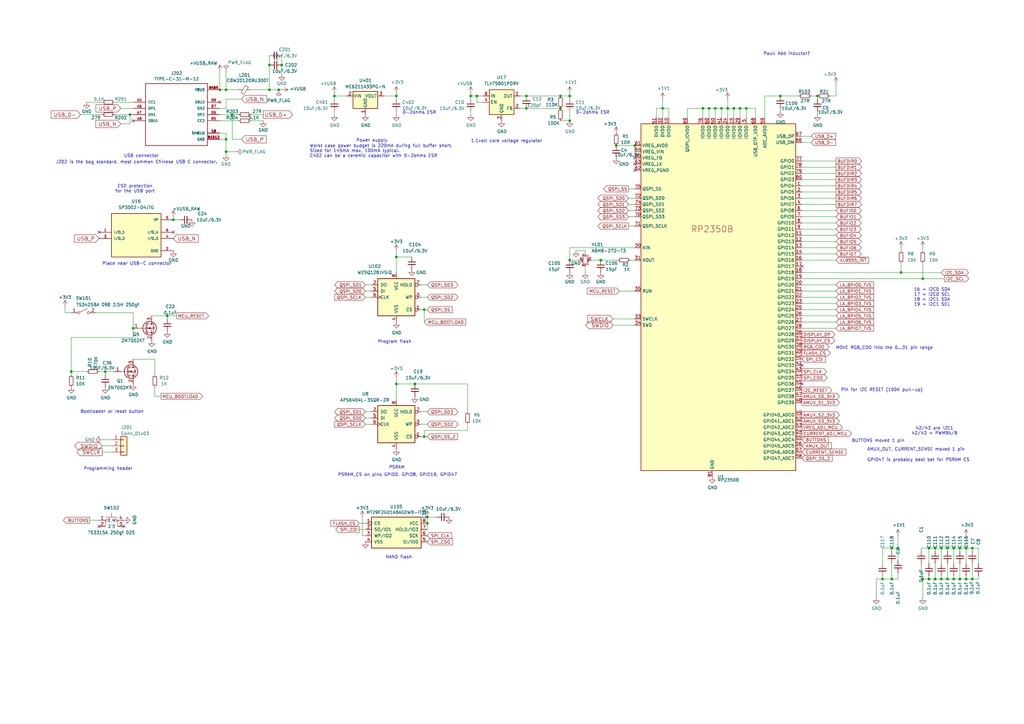
<source format=kicad_sch>
(kicad_sch (version 20231120) (generator "eeschema") (generator_version "8.0")
  (paper "A3")
  (junction (at 369.57 111.76))
  (junction (at 173.99 127))
  (junction (at 368.3 224.79))
  (junction (at 290.83 44.45))
  (junction (at 229.87 44.45))
  (junction (at 393.7 224.79))
  (junction (at 175.26 212.09))
  (junction (at 29.21 152.4))
  (junction (at 378.46 237.49))
  (junction (at 252.73 59.69))
  (junction (at 271.78 44.45))
  (junction (at 233.68 106.68))
  (junction (at 396.24 237.49))
  (junction (at 293.37 44.45))
  (junction (at 381 237.49))
  (junction (at 215.9 44.45))
  (junction (at 173.99 179.07))
  (junction (at 246.38 106.68))
  (junction (at 193.04 39.37))
  (junction (at 115.57 26.67))
  (junction (at 288.29 44.45))
  (junction (at 260.35 59.69))
  (junction (at 383.54 237.49))
  (junction (at 43.18 152.4))
  (junction (at 162.56 157.48))
  (junction (at 396.24 224.79))
  (junction (at 393.7 237.49))
  (junction (at 398.78 224.79))
  (junction (at 110.49 26.67))
  (junction (at 335.28 39.37))
  (junction (at 229.87 39.37))
  (junction (at 233.68 39.37))
  (junction (at 95.25 46.99))
  (junction (at 195.58 39.37))
  (junction (at 170.18 157.48))
  (junction (at 361.95 237.49))
  (junction (at 398.78 237.49))
  (junction (at 110.49 36.83))
  (junction (at 137.16 39.37))
  (junction (at 378.46 114.3))
  (junction (at 391.16 237.49))
  (junction (at 298.45 44.45))
  (junction (at 68.58 129.54))
  (junction (at 388.62 237.49))
  (junction (at 320.04 39.37))
  (junction (at 215.9 39.37))
  (junction (at 114.3 36.83))
  (junction (at 162.56 105.41))
  (junction (at 71.12 90.17))
  (junction (at 381 224.79))
  (junction (at 386.08 237.49))
  (junction (at 90.17 36.83))
  (junction (at 295.91 44.45))
  (junction (at 53.34 46.99))
  (junction (at 391.16 224.79))
  (junction (at 162.56 39.37))
  (junction (at 365.76 237.49))
  (junction (at 365.76 224.79))
  (junction (at 92.71 36.83))
  (junction (at 306.07 44.45))
  (junction (at 233.68 49.53))
  (junction (at 175.26 214.63))
  (junction (at 303.53 44.45))
  (junction (at 388.62 224.79))
  (junction (at 92.71 57.15))
  (junction (at 386.08 224.79))
  (junction (at 92.71 62.23))
  (junction (at 300.99 44.45))
  (junction (at 383.54 224.79))
  (junction (at 54.61 134.62))
  (no_connect (at 90.17 41.91))
  (no_connect (at 260.35 67.31))
  (no_connect (at 260.35 69.85))
  (no_connect (at 328.93 157.48))
  (no_connect (at 328.93 109.22))
  (no_connect (at 260.35 64.77))
  (no_connect (at 54.61 49.53))
  (no_connect (at 328.93 149.86))
  (no_connect (at 40.64 215.9))
  (no_connect (at 50.8 215.9))
  (no_connect (at 40.64 95.25))
  (no_connect (at 71.12 95.25))
  (wire (pts (xy 328.93 83.82) (xy 342.9 83.82)))
  (wire (pts (xy 303.53 44.45) (xy 306.07 44.45)))
  (wire (pts (xy 213.36 44.45) (xy 215.9 44.45)))
  (wire (pts (xy 386.08 237.49) (xy 383.54 237.49)))
  (wire (pts (xy 29.21 153.67) (xy 29.21 152.4)))
  (wire (pts (xy 92.71 29.21) (xy 92.71 36.83)))
  (wire (pts (xy 29.21 152.4) (xy 35.56 152.4)))
  (wire (pts (xy 260.35 83.82) (xy 257.81 83.82)))
  (wire (pts (xy 95.25 57.15) (xy 99.06 57.15)))
  (wire (pts (xy 40.64 152.4) (xy 43.18 152.4)))
  (wire (pts (xy 401.32 224.79) (xy 398.78 224.79)))
  (wire (pts (xy 29.21 128.27) (xy 26.67 128.27)))
  (wire (pts (xy 260.35 88.9) (xy 257.81 88.9)))
  (wire (pts (xy 313.69 39.37) (xy 313.69 48.26)))
  (wire (pts (xy 298.45 44.45) (xy 298.45 48.26)))
  (wire (pts (xy 251.46 133.35) (xy 260.35 133.35)))
  (wire (pts (xy 68.58 130.81) (xy 68.58 129.54)))
  (wire (pts (xy 41.91 185.42) (xy 45.72 185.42)))
  (wire (pts (xy 386.08 231.14) (xy 386.08 224.79)))
  (wire (pts (xy 90.17 57.15) (xy 92.71 57.15)))
  (wire (pts (xy 377.825 237.49) (xy 378.46 237.49)))
  (wire (pts (xy 233.68 39.37) (xy 233.68 40.64)))
  (wire (pts (xy 102.87 49.53) (xy 107.95 49.53)))
  (wire (pts (xy 320.04 45.72) (xy 320.04 44.45)))
  (wire (pts (xy 381 237.49) (xy 378.46 237.49)))
  (wire (pts (xy 92.71 62.23) (xy 92.71 63.5)))
  (wire (pts (xy 115.57 26.67) (xy 115.57 30.48)))
  (wire (pts (xy 260.35 130.81) (xy 251.46 130.81)))
  (wire (pts (xy 233.68 38.1) (xy 233.68 39.37)))
  (wire (pts (xy 369.57 111.76) (xy 386.08 111.76)))
  (wire (pts (xy 54.61 41.91) (xy 46.99 41.91)))
  (wire (pts (xy 173.99 127) (xy 172.72 127)))
  (wire (pts (xy 195.58 39.37) (xy 195.58 41.91)))
  (wire (pts (xy 215.9 44.45) (xy 229.87 44.45)))
  (wire (pts (xy 328.93 104.14) (xy 342.9 104.14)))
  (wire (pts (xy 396.24 237.49) (xy 398.78 237.49)))
  (wire (pts (xy 162.56 105.41) (xy 162.56 102.87)))
  (wire (pts (xy 92.71 54.61) (xy 92.71 57.15)))
  (wire (pts (xy 152.4 171.45) (xy 149.86 171.45)))
  (wire (pts (xy 253.365 106.68) (xy 246.38 106.68)))
  (wire (pts (xy 26.67 128.27) (xy 26.67 125.73)))
  (wire (pts (xy 162.56 163.83) (xy 162.56 157.48)))
  (wire (pts (xy 377.825 224.79) (xy 377.825 226.06)))
  (wire (pts (xy 378.46 101.6) (xy 378.46 102.87)))
  (wire (pts (xy 54.61 44.45) (xy 49.53 44.45)))
  (wire (pts (xy 342.9 66.04) (xy 328.93 66.04)))
  (wire (pts (xy 193.04 45.72) (xy 193.04 46.99)))
  (wire (pts (xy 36.83 213.36) (xy 40.64 213.36)))
  (wire (pts (xy 300.99 44.45) (xy 303.53 44.45)))
  (wire (pts (xy 99.06 40.64) (xy 92.71 40.64)))
  (wire (pts (xy 162.56 39.37) (xy 162.56 40.64)))
  (wire (pts (xy 381 224.79) (xy 377.825 224.79)))
  (wire (pts (xy 175.26 127) (xy 173.99 127)))
  (wire (pts (xy 29.21 138.43) (xy 54.61 138.43)))
  (wire (pts (xy 175.26 214.63) (xy 175.26 217.17)))
  (wire (pts (xy 388.62 231.14) (xy 388.62 237.49)))
  (wire (pts (xy 271.78 40.64) (xy 271.78 44.45)))
  (wire (pts (xy 328.93 73.66) (xy 342.9 73.66)))
  (wire (pts (xy 398.78 231.14) (xy 398.78 237.49)))
  (wire (pts (xy 300.99 44.45) (xy 300.99 48.26)))
  (wire (pts (xy 175.26 168.91) (xy 172.72 168.91)))
  (wire (pts (xy 137.16 38.1) (xy 137.16 39.37)))
  (wire (pts (xy 342.9 132.08) (xy 328.93 132.08)))
  (wire (pts (xy 393.7 226.06) (xy 393.7 224.79)))
  (wire (pts (xy 152.4 119.38) (xy 149.86 119.38)))
  (wire (pts (xy 96.52 62.23) (xy 92.71 62.23)))
  (wire (pts (xy 260.35 59.69) (xy 260.35 62.23)))
  (wire (pts (xy 41.91 41.91) (xy 35.56 41.91)))
  (wire (pts (xy 43.18 152.4) (xy 43.18 153.67)))
  (wire (pts (xy 29.21 152.4) (xy 29.21 138.43)))
  (wire (pts (xy 368.3 219.71) (xy 368.3 224.79)))
  (wire (pts (xy 152.4 173.99) (xy 149.86 173.99)))
  (wire (pts (xy 328.93 68.58) (xy 342.9 68.58)))
  (wire (pts (xy 237.49 106.68) (xy 233.68 106.68)))
  (wire (pts (xy 393.7 224.79) (xy 391.16 224.79)))
  (wire (pts (xy 388.62 237.49) (xy 386.08 237.49)))
  (wire (pts (xy 39.37 128.27) (xy 54.61 128.27)))
  (wire (pts (xy 342.9 129.54) (xy 328.93 129.54)))
  (wire (pts (xy 396.24 224.79) (xy 396.24 219.71)))
  (wire (pts (xy 260.35 86.36) (xy 257.81 86.36)))
  (wire (pts (xy 149.86 219.71) (xy 148.59 219.71)))
  (wire (pts (xy 162.56 38.1) (xy 162.56 39.37)))
  (wire (pts (xy 335.28 39.37) (xy 332.74 39.37)))
  (wire (pts (xy 332.74 55.88) (xy 328.93 55.88)))
  (wire (pts (xy 398.78 226.06) (xy 398.78 224.79)))
  (wire (pts (xy 361.95 224.79) (xy 365.76 224.79)))
  (wire (pts (xy 309.88 44.45) (xy 309.88 48.26)))
  (wire (pts (xy 41.91 182.88) (xy 45.72 182.88)))
  (wire (pts (xy 92.71 44.45) (xy 90.17 44.45)))
  (wire (pts (xy 173.99 176.53) (xy 191.77 176.53)))
  (wire (pts (xy 328.93 101.6) (xy 342.9 101.6)))
  (wire (pts (xy 92.71 40.64) (xy 92.71 44.45)))
  (wire (pts (xy 342.9 127) (xy 328.93 127)))
  (wire (pts (xy 298.45 44.45) (xy 300.99 44.45)))
  (wire (pts (xy 381 236.22) (xy 381 237.49)))
  (wire (pts (xy 173.99 179.07) (xy 173.99 176.53)))
  (wire (pts (xy 92.71 36.83) (xy 97.79 36.83)))
  (wire (pts (xy 260.35 101.6) (xy 233.68 101.6)))
  (wire (pts (xy 175.26 212.09) (xy 175.26 214.63)))
  (wire (pts (xy 162.56 111.76) (xy 162.56 105.41)))
  (wire (pts (xy 115.57 22.86) (xy 115.57 26.67)))
  (wire (pts (xy 383.54 237.49) (xy 381 237.49)))
  (wire (pts (xy 332.74 58.42) (xy 328.93 58.42)))
  (wire (pts (xy 162.56 157.48) (xy 170.18 157.48)))
  (wire (pts (xy 110.49 36.83) (xy 114.3 36.83)))
  (wire (pts (xy 335.28 45.72) (xy 335.28 46.99)))
  (wire (pts (xy 342.9 39.37) (xy 342.9 34.29)))
  (wire (pts (xy 342.9 134.62) (xy 328.93 134.62)))
  (wire (pts (xy 388.62 224.79) (xy 386.08 224.79)))
  (wire (pts (xy 90.17 54.61) (xy 92.71 54.61)))
  (wire (pts (xy 90.17 29.21) (xy 90.17 36.83)))
  (wire (pts (xy 383.54 224.79) (xy 381 224.79)))
  (wire (pts (xy 110.49 26.67) (xy 110.49 36.83)))
  (wire (pts (xy 368.3 224.79) (xy 368.3 229.87)))
  (wire (pts (xy 401.32 231.14) (xy 401.32 224.79)))
  (wire (pts (xy 54.61 128.27) (xy 54.61 134.62)))
  (wire (pts (xy 361.95 231.14) (xy 361.95 224.79)))
  (wire (pts (xy 342.9 81.28) (xy 328.93 81.28)))
  (wire (pts (xy 260.35 59.69) (xy 252.73 59.69)))
  (wire (pts (xy 191.77 157.48) (xy 170.18 157.48)))
  (wire (pts (xy 71.12 88.9) (xy 71.12 90.17)))
  (wire (pts (xy 97.79 46.99) (xy 95.25 46.99)))
  (wire (pts (xy 175.26 173.99) (xy 172.72 173.99)))
  (wire (pts (xy 378.46 114.3) (xy 387.35 114.3)))
  (wire (pts (xy 260.35 77.47) (xy 257.81 77.47)))
  (wire (pts (xy 229.87 39.37) (xy 233.68 39.37)))
  (wire (pts (xy 110.49 22.86) (xy 110.49 26.67)))
  (wire (pts (xy 398.78 224.79) (xy 396.24 224.79)))
  (wire (pts (xy 328.93 99.06) (xy 342.9 99.06)))
  (wire (pts (xy 365.76 237.49) (xy 368.3 237.49)))
  (wire (pts (xy 62.23 129.54) (xy 68.58 129.54)))
  (wire (pts (xy 328.93 106.68) (xy 342.9 106.68)))
  (wire (pts (xy 369.57 107.95) (xy 369.57 111.76)))
  (wire (pts (xy 383.54 231.14) (xy 383.54 237.49)))
  (wire (pts (xy 381 231.14) (xy 381 224.79)))
  (wire (pts (xy 391.16 236.22) (xy 391.16 237.49)))
  (wire (pts (xy 179.07 212.09) (xy 175.26 212.09)))
  (wire (pts (xy 193.04 40.64) (xy 193.04 39.37)))
  (wire (pts (xy 137.16 45.72) (xy 137.16 46.99)))
  (wire (pts (xy 68.58 129.54) (xy 72.39 129.54)))
  (wire (pts (xy 41.91 180.34) (xy 45.72 180.34)))
  (wire (pts (xy 396.24 236.22) (xy 396.24 237.49)))
  (wire (pts (xy 328.93 96.52) (xy 342.9 96.52)))
  (wire (pts (xy 102.87 36.83) (xy 110.49 36.83)))
  (wire (pts (xy 342.9 116.84) (xy 328.93 116.84)))
  (wire (pts (xy 369.57 102.87) (xy 369.57 101.6)))
  (wire (pts (xy 386.08 224.79) (xy 383.54 224.79)))
  (wire (pts (xy 281.94 44.45) (xy 288.29 44.45)))
  (wire (pts (xy 54.61 46.99) (xy 53.34 46.99)))
  (wire (pts (xy 195.58 41.91) (xy 198.12 41.91)))
  (wire (pts (xy 281.94 48.26) (xy 281.94 44.45)))
  (wire (pts (xy 396.24 237.49) (xy 393.7 237.49)))
  (wire (pts (xy 298.45 40.64) (xy 298.45 44.45)))
  (wire (pts (xy 342.9 119.38) (xy 328.93 119.38)))
  (wire (pts (xy 213.36 39.37) (xy 215.9 39.37)))
  (wire (pts (xy 254 119.38) (xy 260.35 119.38)))
  (wire (pts (xy 342.9 71.12) (xy 328.93 71.12)))
  (wire (pts (xy 152.4 116.84) (xy 149.86 116.84)))
  (wire (pts (xy 102.87 46.99) (xy 107.95 46.99)))
  (wire (pts (xy 215.9 39.37) (xy 229.87 39.37)))
  (wire (pts (xy 383.54 226.06) (xy 383.54 224.79)))
  (wire (pts (xy 313.69 39.37) (xy 320.04 39.37)))
  (wire (pts (xy 342.9 121.92) (xy 328.93 121.92)))
  (wire (pts (xy 393.7 237.49) (xy 391.16 237.49)))
  (wire (pts (xy 295.91 44.45) (xy 295.91 48.26)))
  (wire (pts (xy 90.17 46.99) (xy 95.25 46.99)))
  (wire (pts (xy 195.58 39.37) (xy 198.12 39.37)))
  (wire (pts (xy 328.93 88.9) (xy 342.9 88.9)))
  (wire (pts (xy 274.32 44.45) (xy 274.32 48.26)))
  (wire (pts (xy 195.58 39.37) (xy 193.04 39.37)))
  (wire (pts (xy 340.36 39.37) (xy 342.9 39.37)))
  (wire (pts (xy 260.35 81.28) (xy 257.81 81.28)))
  (wire (pts (xy 229.87 49.53) (xy 233.68 49.53)))
  (wire (pts (xy 365.76 231.14) (xy 365.76 237.49)))
  (wire (pts (xy 359.41 237.49) (xy 359.41 245.11)))
  (wire (pts (xy 378.46 107.95) (xy 378.46 114.3)))
  (wire (pts (xy 63.5 162.56) (xy 66.04 162.56)))
  (wire (pts (xy 162.56 105.41) (xy 168.91 105.41)))
  (wire (pts (xy 53.34 50.8) (xy 53.34 46.99)))
  (wire (pts (xy 53.34 46.99) (xy 46.99 46.99)))
  (wire (pts (xy 149.86 214.63) (xy 147.32 214.63)))
  (wire (pts (xy 271.78 44.45) (xy 274.32 44.45)))
  (wire (pts (xy 152.4 168.91) (xy 149.86 168.91)))
  (wire (pts (xy 73.66 90.17) (xy 71.12 90.17)))
  (wire (pts (xy 342.9 124.46) (xy 328.93 124.46)))
  (wire (pts (xy 391.16 237.49) (xy 388.62 237.49)))
  (wire (pts (xy 393.7 231.14) (xy 393.7 237.49)))
  (wire (pts (xy 342.9 86.36) (xy 328.93 86.36)))
  (wire (pts (xy 335.28 40.64) (xy 335.28 39.37)))
  (wire (pts (xy 328.93 114.3) (xy 378.46 114.3)))
  (wire (pts (xy 260.35 92.71) (xy 257.81 92.71)))
  (wire (pts (xy 386.08 236.22) (xy 386.08 237.49)))
  (wire (pts (xy 396.24 231.14) (xy 396.24 224.79)))
  (wire (pts (xy 328.93 111.76) (xy 369.57 111.76)))
  (wire (pts (xy 240.03 109.22) (xy 240.03 111.76)))
  (wire (pts (xy 365.76 224.79) (xy 365.76 226.06)))
  (wire (pts (xy 377.825 231.14) (xy 377.825 237.49)))
  (wire (pts (xy 41.91 46.99) (xy 33.02 46.99)))
  (wire (pts (xy 191.77 176.53) (xy 191.77 173.99)))
  (wire (pts (xy 191.77 168.91) (xy 191.77 157.48)))
  (wire (pts (xy 175.26 179.07) (xy 173.99 179.07)))
  (wire (pts (xy 293.37 44.45) (xy 295.91 44.45)))
  (wire (pts (xy 293.37 44.45) (xy 293.37 48.26)))
  (wire (pts (xy 137.16 40.64) (xy 137.16 39.37)))
  (wire (pts (xy 147.32 217.17) (xy 149.86 217.17)))
  (wire (pts (xy 361.95 236.22) (xy 361.95 237.49)))
  (wire (pts (xy 401.32 237.49) (xy 401.32 236.22)))
  (wire (pts (xy 391.16 224.79) (xy 388.62 224.79)))
  (wire (pts (xy 240.03 102.87) (xy 240.03 104.14)))
  (wire (pts (xy 43.18 152.4) (xy 46.99 152.4)))
  (wire (pts (xy 95.25 46.99) (xy 95.25 57.15)))
  (wire (pts (xy 391.16 231.14) (xy 391.16 224.79)))
  (wire (pts (xy 90.17 36.83) (xy 92.71 36.83)))
  (wire (pts (xy 303.53 48.26) (xy 303.53 44.45)))
  (wire (pts (xy 288.29 44.45) (xy 288.29 48.26)))
  (wire (pts (xy 342.9 76.2) (xy 328.93 76.2)))
  (wire (pts (xy 290.83 44.45) (xy 293.37 44.45)))
  (wire (pts (xy 175.26 116.84) (xy 172.72 116.84)))
  (wire (pts (xy 90.17 49.53) (xy 97.79 49.53)))
  (wire (pts (xy 193.04 38.1) (xy 193.04 39.37)))
  (wire (pts (xy 63.5 153.67) (xy 63.5 147.32)))
  (wire (pts (xy 328.93 78.74) (xy 342.9 78.74)))
  (wire (pts (xy 306.07 44.45) (xy 306.07 48.26)))
  (wire (pts (xy 54.61 134.62) (xy 54.61 138.43)))
  (wire (pts (xy 393.7 224.79) (xy 396.24 224.79)))
  (wire (pts (xy 233.68 101.6) (xy 233.68 106.68)))
  (wire (pts (xy 271.78 44.45) (xy 269.24 44.45)))
  (wire (pts (xy 368.3 234.95) (xy 368.3 237.49)))
  (wire (pts (xy 290.83 44.45) (xy 290.83 48.26)))
  (wire (pts (xy 162.56 157.48) (xy 162.56 154.94)))
  (wire (pts (xy 306.07 44.45) (xy 309.88 44.45)))
  (wire (pts (xy 361.95 237.49) (xy 365.76 237.49)))
  (wire (pts (xy 398.78 237.49) (xy 401.32 237.49)))
  (wire (pts (xy 175.26 121.92) (xy 172.72 121.92)))
  (wire (pts (xy 63.5 147.32) (xy 54.61 147.32)))
  (wire (pts (xy 173.99 127) (xy 173.99 132.08)))
  (wire (pts (xy 260.35 106.68) (xy 258.445 106.68)))
  (wire (pts (xy 236.22 102.87) (xy 240.03 102.87)))
  (wire (pts (xy 359.41 237.49) (xy 361.95 237.49)))
  (wire (pts (xy 92.71 57.15) (xy 92.71 62.23)))
  (wire (pts (xy 327.66 39.37) (xy 320.04 39.37)))
  (wire (pts (xy 388.62 226.06) (xy 388.62 224.79)))
  (wire (pts (xy 114.3 36.83) (xy 115.57 36.83)))
  (wire (pts (xy 269.24 44.45) (xy 269.24 48.26)))
  (wire (pts (xy 233.68 45.72) (xy 233.68 49.53)))
  (wire (pts (xy 295.91 44.45) (xy 298.45 44.45)))
  (wire (pts (xy 242.57 106.68) (xy 246.38 106.68)))
  (wire (pts (xy 288.29 44.45) (xy 290.83 44.45)))
  (wire (pts (xy 152.4 121.92) (xy 149.86 121.92)))
  (wire (pts (xy 342.9 91.44) (xy 328.93 91.44)))
  (wire (pts (xy 368.3 224.79) (xy 365.76 224.79)))
  (wire (pts (xy 157.48 39.37) (xy 162.56 39.37)))
  (wire (pts (xy 173.99 179.07) (xy 172.72 179.07)))
  (wire (pts (xy 162.56 45.72) (xy 162.56 46.99)))
  (wire (pts (xy 63.5 158.75) (xy 63.5 162.56)))
  (wire (pts (xy 49.53 50.8) (xy 53.34 50.8)))
  (wire (pts (xy 148.59 219.71) (xy 148.59 212.09)))
  (wire (pts (xy 142.24 39.37) (xy 137.16 39.37)))
  (wire (pts (xy 328.93 93.98) (xy 342.9 93.98)))
  (wire (pts (xy 271.78 44.45) (xy 271.78 48.26)))
  (wire (pts (xy 378.46 237.49) (xy 378.46 245.11)))
  (text "42/43 are I2C1\n42/43 = PWM9A/B" (at 383.286 176.784 0) (effects (font (size 1.27 1.27))))
  (text "PSRAM\n" (at 159.512 192.532 0) (effects (font (size 1.27 1.27)) (justify left bottom)))
  (text "GPIO47 is probably best bet for PSRAM CS\n" (at 376.682 188.722 0) (effects (font (size 1.27 1.27))))
  (text "USB connector" (at 50.8 64.77 0) (effects (font (size 1.27 1.27)) (justify left bottom)))
  (text "NAND flash\n" (at 163.576 228.6 0) (effects (font (size 1.27 1.27))))
  (text "Pin for I2C RESET (100K pull-up)\n" (at 361.696 160.02 0) (effects (font (size 1.27 1.27))))
  (text "Bootloader or reset button" (at 45.974 168.91 0) (effects (font (size 1.27 1.27))))
  (text "Place near USB-C connector" (at 56.134 108.204 0) (effects (font (size 1.27 1.27))))
  (text "16 = I2C0 SDA\n17 = I2C0 SCL\n18 = I2C1 SDA\n19 = I2C1 SCL" (at 382.27 121.92 0) (effects (font (size 1.27 1.27))))
  (text "Power supply" (at 146.05 58.42 0) (effects (font (size 1.27 1.27)) (justify left bottom)))
  (text "ESD protection\nfor the USB port" (at 55.372 77.47 0) (effects (font (size 1.27 1.27))))
  (text "AMUX_OUT, CURRENT_SENSE moved 1 pin" (at 375.666 184.404 0) (effects (font (size 1.27 1.27))))
  (text "MOVE RGB_CDO into the 0...31 pin range\n" (at 362.712 142.748 0) (effects (font (size 1.27 1.27))))
  (text "J202 is the bog standard, most common Chinese USB C connector." (at 22.86 67.31 0) (effects (font (size 1.27 1.27)) (justify left bottom)))
  (text "Program flash" (at 154.94 140.97 0) (effects (font (size 1.27 1.27)) (justify left bottom)))
  (text "Worst case power budget is 220mA during full buffer short.\nSized for 145mA max, 100mA typical.\nC402 can be a ceremic capacitor with 0-2ohms ESR" (at 127 64.77 0) (effects (font (size 1.27 1.27)) (justify left bottom)))
  (text "Paul: Add inductor?" (at 313.055 22.86 0) (effects (font (size 1.27 1.27)) (justify left bottom)))
  (text "1.1volt core voltage regulator" (at 207.772 57.912 0) (effects (font (size 1.27 1.27))))
  (text "PSRAM_CS on pins GPIO0, GPIO8, GPIO19, GPIO47" (at 163.068 194.818 0) (effects (font (size 1.27 1.27))))
  (text "Programming header" (at 34.29 193.04 0) (effects (font (size 1.27 1.27)) (justify left bottom)))
  (text "0-2ohms ESR\n" (at 165.1 46.99 0) (effects (font (size 1.27 1.27)) (justify left bottom)))
  (text "0-2ohms ESR\n" (at 236.22 46.99 0) (effects (font (size 1.27 1.27)) (justify left bottom)))
  (text "BUTTONS moved 1 pin\n" (at 360.172 180.848 0) (effects (font (size 1.27 1.27))))
  (global_label "BUFIO3" (shape bidirectional) (at 342.9 93.98 0) (property "Intersheetrefs" "${INTERSHEET_REFS}" (effects (hide yes))))
  (global_label "BUFDIR3" (shape output) (at 342.9 73.66 0) (property "Intersheetrefs" "${INTERSHEET_REFS}" (effects (hide yes))))
  (global_label "BUFIO1" (shape bidirectional) (at 342.9 88.9 0) (property "Intersheetrefs" "${INTERSHEET_REFS}" (effects (hide yes))))
  (global_label "LA_BPIO4_TVS" (shape input) (at 342.9 127 0) (property "Intersheetrefs" "${INTERSHEET_REFS}" (effects (hide yes))))
  (global_label "QSPI_SD3" (shape bidirectional) (at 257.81 88.9 180) (property "Intersheetrefs" "${INTERSHEET_REFS}" (effects (hide yes))))
  (global_label "SWDIO" (shape bidirectional) (at 251.46 133.35 180) (effects (font (size 1.524 1.524))) (property "Intersheetrefs" "${INTERSHEET_REFS}" (effects (hide yes))))
  (global_label "QSPI_SCLK" (shape input) (at 149.86 121.92 180) (property "Intersheetrefs" "${INTERSHEET_REFS}" (effects (hide yes))))
  (global_label "SPI_CDO" (shape input) (at 175.26 222.25 0) (property "Intersheetrefs" "${INTERSHEET_REFS}" (effects (hide yes))))
  (global_label "QSPI_SS" (shape input) (at 175.26 127 0) (property "Intersheetrefs" "${INTERSHEET_REFS}" (effects (hide yes))))
  (global_label "AMUX_S1_3V3" (shape output) (at 328.93 165.1 0) (property "Intersheetrefs" "${INTERSHEET_REFS}" (effects (hide yes))))
  (global_label "SPI_CDI" (shape output) (at 147.32 217.17 180) (property "Intersheetrefs" "${INTERSHEET_REFS}" (effects (hide yes))))
  (global_label "FLASH_CS" (shape input) (at 147.32 214.63 180) (property "Intersheetrefs" "${INTERSHEET_REFS}" (effects (hide yes))))
  (global_label "RGB_CDO" (shape output) (at 328.93 142.24 0) (property "Intersheetrefs" "${INTERSHEET_REFS}" (effects (hide yes))))
  (global_label "I2C_SDA" (shape bidirectional) (at 386.08 111.76 0) (property "Intersheetrefs" "${INTERSHEET_REFS}" (effects (hide yes))))
  (global_label "AMUX_S0_3V3" (shape output) (at 328.93 162.56 0) (property "Intersheetrefs" "${INTERSHEET_REFS}" (effects (hide yes))))
  (global_label "MCU_RESET" (shape input) (at 254 119.38 180) (property "Intersheetrefs" "${INTERSHEET_REFS}" (effects (hide yes))))
  (global_label "USB_N" (shape input) (at 49.53 50.8 180) (effects (font (size 1.524 1.524))) (property "Intersheetrefs" "${INTERSHEET_REFS}" (effects (hide yes))))
  (global_label "USB_P" (shape input) (at 49.53 44.45 180) (effects (font (size 1.524 1.524))) (property "Intersheetrefs" "${INTERSHEET_REFS}" (effects (hide yes))))
  (global_label "LA_BPIO6_TVS" (shape input) (at 342.9 132.08 0) (property "Intersheetrefs" "${INTERSHEET_REFS}" (effects (hide yes))))
  (global_label "SWCLK" (shape output) (at 41.91 185.42 180) (effects (font (size 1.524 1.524))) (property "Intersheetrefs" "${INTERSHEET_REFS}" (effects (hide yes))))
  (global_label "QSPI_SD1" (shape bidirectional) (at 149.86 168.91 180) (property "Intersheetrefs" "${INTERSHEET_REFS}" (effects (hide yes))))
  (global_label "CURRENT_SENSE" (shape input) (at 328.93 185.42 0) (property "Intersheetrefs" "${INTERSHEET_REFS}" (effects (hide yes))))
  (global_label "QSPI_SS_2" (shape input) (at 175.26 179.07 0) (property "Intersheetrefs" "${INTERSHEET_REFS}" (effects (hide yes))))
  (global_label "QSPI_SCLK" (shape output) (at 257.81 92.71 180) (property "Intersheetrefs" "${INTERSHEET_REFS}" (effects (hide yes))))
  (global_label "BUTTONS" (shape input) (at 328.93 180.34 0) (property "Intersheetrefs" "${INTERSHEET_REFS}" (effects (hide yes))))
  (global_label "I2C_SCL" (shape output) (at 387.35 114.3 0) (property "Intersheetrefs" "${INTERSHEET_REFS}" (effects (hide yes))))
  (global_label "VREG_ADJ_MCU" (shape output) (at 328.93 175.26 0) (property "Intersheetrefs" "${INTERSHEET_REFS}" (effects (hide yes))))
  (global_label "BUFDIR1" (shape output) (at 342.9 68.58 0) (property "Intersheetrefs" "${INTERSHEET_REFS}" (effects (hide yes))))
  (global_label "BUFIO7" (shape bidirectional) (at 342.9 104.14 0) (property "Intersheetrefs" "${INTERSHEET_REFS}" (effects (hide yes))))
  (global_label "LA_BPIO3_TVS" (shape input) (at 342.9 124.46 0) (property "Intersheetrefs" "${INTERSHEET_REFS}" (effects (hide yes))))
  (global_label "LA_BPIO2_TVS" (shape input) (at 342.9 121.92 0) (property "Intersheetrefs" "${INTERSHEET_REFS}" (effects (hide yes))))
  (global_label "XL9555_~{INT}" (shape input) (at 342.9 106.68 0) (property "Intersheetrefs" "${INTERSHEET_REFS}" (effects (hide yes))))
  (global_label "CURRENT_ADJ_MCU" (shape output) (at 328.93 177.8 0) (property "Intersheetrefs" "${INTERSHEET_REFS}" (effects (hide yes))))
  (global_label "QSPI_SD2" (shape bidirectional) (at 175.26 173.99 0) (property "Intersheetrefs" "${INTERSHEET_REFS}" (effects (hide yes))))
  (global_label "QSPI_SD3" (shape bidirectional) (at 175.26 168.91 0) (property "Intersheetrefs" "${INTERSHEET_REFS}" (effects (hide yes))))
  (global_label "AMUX_OUT" (shape input) (at 328.93 182.88 0) (property "Intersheetrefs" "${INTERSHEET_REFS}" (effects (hide yes))))
  (global_label "QSPI_SD2" (shape bidirectional) (at 175.26 121.92 0) (property "Intersheetrefs" "${INTERSHEET_REFS}" (effects (hide yes))))
  (global_label "BUFDIR0" (shape output) (at 342.9 66.04 0) (property "Intersheetrefs" "${INTERSHEET_REFS}" (effects (hide yes))))
  (global_label "USB_N" (shape input) (at 71.12 97.79 0) (effects (font (size 1.524 1.524))) (property "Intersheetrefs" "${INTERSHEET_REFS}" (effects (hide yes))))
  (global_label "SPI_CLK" (shape output) (at 328.93 152.4 0) (property "Intersheetrefs" "${INTERSHEET_REFS}" (effects (hide yes))))
  (global_label "MCU_RESET" (shape output) (at 72.39 129.54 0) (property "Intersheetrefs" "${INTERSHEET_REFS}" (effects (hide yes))))
  (global_label "BUFIO6" (shape bidirectional) (at 342.9 101.6 0) (property "Intersheetrefs" "${INTERSHEET_REFS}" (effects (hide yes))))
  (global_label "BUTTONS" (shape output) (at 36.83 213.36 180) (property "Intersheetrefs" "${INTERSHEET_REFS}" (effects (hide yes))))
  (global_label "QSPI_SS" (shape output) (at 257.81 77.47 180) (property "Intersheetrefs" "${INTERSHEET_REFS}" (effects (hide yes))))
  (global_label "SPI_CDI" (shape input) (at 328.93 147.32 0) (property "Intersheetrefs" "${INTERSHEET_REFS}" (effects (hide yes))))
  (global_label "SWCLK" (shape input) (at 251.46 130.81 180) (effects (font (size 1.524 1.524))) (property "Intersheetrefs" "${INTERSHEET_REFS}" (effects (hide yes))))
  (global_label "QSPI_SD1" (shape bidirectional) (at 149.86 116.84 180) (property "Intersheetrefs" "${INTERSHEET_REFS}" (effects (hide yes))))
  (global_label "LA_BPIO1_TVS" (shape input) (at 342.9 119.38 0) (property "Intersheetrefs" "${INTERSHEET_REFS}" (effects (hide yes))))
  (global_label "QSPI_SD0" (shape bidirectional) (at 149.86 171.45 180) (property "Intersheetrefs" "${INTERSHEET_REFS}" (effects (hide yes))))
  (global_label "DISPLAY_CS" (shape output) (at 328.93 139.7 0) (property "Intersheetrefs" "${INTERSHEET_REFS}" (effects (hide yes))))
  (global_label "USB_D-" (shape input) (at 33.02 46.99 180) (effects (font (size 1.524 1.524))) (property "Intersheetrefs" "${INTERSHEET_REFS}" (effects (hide yes))))
  (global_label "QSPI_SD2" (shape bidirectional) (at 257.81 86.36 180) (property "Intersheetrefs" "${INTERSHEET_REFS}" (effects (hide yes))))
  (global_label "LA_BPIO0_TVS" (shape input) (at 342.9 116.84 0) (property "Intersheetrefs" "${INTERSHEET_REFS}" (effects (hide yes))))
  (global_label "USB_D+" (shape input) (at 332.74 55.88 0) (property "Intersheetrefs" "${INTERSHEET_REFS}" (effects (hide yes))))
  (global_label "BUFDIR2" (shape output) (at 342.9 71.12 0) (property "Intersheetrefs" "${INTERSHEET_REFS}" (effects (hide yes))))
  (global_label "SPI_CLK" (shape input) (at 175.26 219.71 0) (property "Intersheetrefs" "${INTERSHEET_REFS}" (effects (hide yes))))
  (global_label "DISPLAY_DP" (shape output) (at 328.93 137.16 0) (property "Intersheetrefs" "${INTERSHEET_REFS}" (effects (hide yes))))
  (global_label "USB_P" (shape input) (at 40.64 97.79 180) (effects (font (size 1.524 1.524))) (property "Intersheetrefs" "${INTERSHEET_REFS}" (effects (hide yes))))
  (global_label "QSPI_SD1" (shape bidirectional) (at 257.81 83.82 180) (property "Intersheetrefs" "${INTERSHEET_REFS}" (effects (hide yes))))
  (global_label "LA_BPIO7_TVS" (shape input) (at 342.9 134.62 0) (property "Intersheetrefs" "${INTERSHEET_REFS}" (effects (hide yes))))
  (global_label "BUFDIR6" (shape output) (at 342.9 81.28 0) (property "Intersheetrefs" "${INTERSHEET_REFS}" (effects (hide yes))))
  (global_label "I2C_RESET" (shape output) (at 328.93 160.02 0) (property "Intersheetrefs" "${INTERSHEET_REFS}" (effects (hide yes))))
  (global_label "QSPI_SD0" (shape bidirectional) (at 257.81 81.28 180) (property "Intersheetrefs" "${INTERSHEET_REFS}" (effects (hide yes))))
  (global_label "MCU_BOOTLOAD" (shape output) (at 66.04 162.56 0) (property "Intersheetrefs" "${INTERSHEET_REFS}" (effects (hide yes))))
  (global_label "USB_P" (shape input) (at 99.06 57.15 0) (effects (font (size 1.524 1.524))) (property "Intersheetrefs" "${INTERSHEET_REFS}" (effects (hide yes))))
  (global_label "QSPI_SS_2" (shape input) (at 328.93 187.96 0) (property "Intersheetrefs" "${INTERSHEET_REFS}" (effects (hide yes))))
  (global_label "MCU_BOOTLOAD" (shape input) (at 173.99 132.08 0) (property "Intersheetrefs" "${INTERSHEET_REFS}" (effects (hide yes))))
  (global_label "USB_N" (shape input) (at 99.06 40.64 0) (effects (font (size 1.524 1.524))) (property "Intersheetrefs" "${INTERSHEET_REFS}" (effects (hide yes))))
  (global_label "QSPI_SCLK" (shape input) (at 149.86 173.99 180) (property "Intersheetrefs" "${INTERSHEET_REFS}" (effects (hide yes))))
  (global_label "BUFIO4" (shape bidirectional) (at 342.9 96.52 0) (property "Intersheetrefs" "${INTERSHEET_REFS}" (effects (hide yes))))
  (global_label "QSPI_SD3" (shape bidirectional) (at 175.26 116.84 0) (property "Intersheetrefs" "${INTERSHEET_REFS}" (effects (hide yes))))
  (global_label "LA_BPIO5_TVS" (shape input) (at 342.9 129.54 0) (property "Intersheetrefs" "${INTERSHEET_REFS}" (effects (hide yes))))
  (global_label "BUFIO0" (shape bidirectional) (at 342.9 86.36 0) (property "Intersheetrefs" "${INTERSHEET_REFS}" (effects (hide yes))))
  (global_label "SWDIO" (shape bidirectional) (at 41.91 182.88 180) (effects (font (size 1.524 1.524))) (property "Intersheetrefs" "${INTERSHEET_REFS}" (effects (hide yes))))
  (global_label "BUFDIR4" (shape output) (at 342.9 76.2 0) (property "Intersheetrefs" "${INTERSHEET_REFS}" (effects (hide yes))))
  (global_label "BUFDIR5" (shape output) (at 342.9 78.74 0) (property "Intersheetrefs" "${INTERSHEET_REFS}" (effects (hide yes))))
  (global_label "BUFDIR7" (shape output) (at 342.9 83.82 0) (property "Intersheetrefs" "${INTERSHEET_REFS}" (effects (hide yes))))
  (global_label "USB_D+" (shape output) (at 107.95 46.99 0) (effects (font (size 1.524 1.524))) (property "Intersheetrefs" "${INTERSHEET_REFS}" (effects (hide yes))))
  (global_label "BUFIO5" (shape bidirectional) (at 342.9 99.06 0) (property "Intersheetrefs" "${INTERSHEET_REFS}" (effects (hide yes))))
  (global_label "BUFIO2" (shape bidirectional) (at 342.9 91.44 0) (property "Intersheetrefs" "${INTERSHEET_REFS}" (effects (hide yes))))
  (global_label "QSPI_SD0" (shape bidirectional) (at 149.86 119.38 180) (property "Intersheetrefs" "${INTERSHEET_REFS}" (effects (hide yes))))
  (global_label "SPI_CDO" (shape output) (at 328.93 154.94 0) (property "Intersheetrefs" "${INTERSHEET_REFS}" (effects (hide yes))))
  (global_label "USB_D-" (shape input) (at 332.74 58.42 0) (property "Intersheetrefs" "${INTERSHEET_REFS}" (effects (hide yes))))
  (global_label "FLASH_CS" (shape output) (at 328.93 144.78 0) (property "Intersheetrefs" "${INTERSHEET_REFS}" (effects (hide yes))))
  (global_label "AMUX_S3_3V3" (shape output) (at 328.93 172.72 0) (property "Intersheetrefs" "${INTERSHEET_REFS}" (effects (hide yes))))
  (global_label "AMUX_S2_3V3" (shape output) (at 328.93 170.18 0) (property "Intersheetrefs" "${INTERSHEET_REFS}" (effects (hide yes))))
  (symbol (lib_id "Device:C_Small") (at 137.16 43.18 0) (unit 1)
    (property "Reference" "C401" (at 134.62 41.91 0) (effects (justify right)))
    (property "Value" "10uF/6.3V" (at 134.62 44.45 0) (effects (justify right)))
    (property "Footprint" "Capacitor_SMD:C_0402_1005Metric" (effects (hide yes)))
    (property "Description" "CL05A106MQ5NUNC" (effects (hide yes)))
    (property "RMB" "0.037726" (effects (hide yes)))
    (property "Supplier" "https://item.szlcsc.com/1877.html" (effects (hide yes)))
    (property "MANUFACTURER" "Samsung" (effects (hide yes)))
    (property "szlcsc_partnumber" "C15525" (effects (hide yes)))
    (property "szlcsc_url" "https://item.szlcsc.com/16204.html?fromZone=s_s__%2522CL05A106MQ5NUNC%2522&spm=sc.gb.xh1.zy.n___sc.gb.hd.ss&lcsc_vid=RlENUlJWE1QKBlBWRAVaUFNTT1leBQZXRFNcVAVQQVAxVlNSRFRfXlxWQ1hXUDsOAxUeFF5JWAgaAglIBBsCBBcFWQIBCks%3D" (effects (hide yes)))
  )
  (symbol (lib_id "Device:C_Small") (at 162.56 43.18 0) (unit 1)
    (property "Reference" "C402" (at 164.8968 42.0116 0) (effects (justify left)))
    (property "Value" "10uF/6.3V" (at 164.8968 44.323 0) (effects (justify left)))
    (property "Footprint" "Capacitor_SMD:C_0402_1005Metric" (effects (hide yes)))
    (property "Description" "CL05A106MQ5NUNC" (effects (hide yes)))
    (property "RMB" "0.043101" (effects (hide yes)))
    (property "Supplier" "https://item.szlcsc.com/108589.html" (effects (hide yes)))
    (property "MANUFACTURER" "Samsung" (effects (hide yes)))
    (property "szlcsc_partnumber" "C15525" (effects (hide yes)))
    (property "szlcsc_url" "https://item.szlcsc.com/16204.html?fromZone=s_s__%2522CL05A106MQ5NUNC%2522&spm=sc.gb.xh1.zy.n___sc.gb.hd.ss&lcsc_vid=RlENUlJWE1QKBlBWRAVaUFNTT1leBQZXRFNcVAVQQVAxVlNSRFRfXlxWQ1hXUDsOAxUeFF5JWAgaAglIBBsCBBcFWQIBCks%3D" (effects (hide yes)))
  )
  (symbol (lib_id "power:GND") (at 149.86 46.99 0) (unit 1)
    (property "Reference" "#PWR0403" (effects (hide yes)))
    (property "Value" "GND" (at 149.987 51.3842 0))
  )
  (symbol (lib_id "power:GND") (at 137.16 46.99 0) (unit 1)
    (property "Reference" "#PWR0402" (effects (hide yes)))
    (property "Value" "GND" (at 137.287 51.3842 0))
  )
  (symbol (lib_id "power:GND") (at 162.56 46.99 0) (unit 1)
    (property "Reference" "#PWR0405" (effects (hide yes)))
    (property "Value" "GND" (at 162.687 51.3842 0))
  )
  (symbol (lib_id "power:+3V3") (at 162.56 38.1 0) (unit 1)
    (property "Reference" "#PWR0404" (effects (hide yes)))
    (property "Value" "+3V3" (at 162.941 33.7058 0))
  )
  (symbol (lib_id "kicad5-device:Ferrite_Bead_Small") (at 100.33 36.83 270) (unit 1)
    (property "Reference" "L201" (at 100.33 30.8102 90))
    (property "Value" "CBW201209U300T" (at 101.6 33.02 90))
    (property "Footprint" "Inductor_SMD:L_0805_2012Metric" (effects (hide yes)))
    (property "RMB" "0.175802	0.175802" (effects (hide yes)))
    (property "Supplier" "https://item.szlcsc.com/263551.html" (effects (hide yes)))
    (property "szlcsc_partnumber" "C139190" (effects (hide yes)))
    (property "szlcsc_url" "https://item.szlcsc.com/150511.html?fromZone=s_s__%2522CBW201209U300T%2522&spm=sc.gb.xh1.zy.n&lcsc_vid=RlENUlJWE1QKBlBWRAVaUFNTT1leBQZXRFNcVAVQQVAxVlNSRFRfXlxWQ1hXUDsOAxUeFF5JWAgaAglIBBsCBBcFWQIBCks%3D" (effects (hide yes)))
  )
  (symbol (lib_id "power:GND") (at 115.57 30.48 0) (unit 1)
    (property "Reference" "#PWR0205" (effects (hide yes)))
    (property "Value" "GND" (at 115.57 34.29 0))
  )
  (symbol (lib_id "Device:R_Small") (at 44.45 41.91 90) (mirror x) (unit 1)
    (property "Reference" "R201" (at 49.53 40.64 90))
    (property "Value" "5.1K" (at 40.64 40.64 90))
    (property "Footprint" "Resistor_SMD:R_0402_1005Metric" (effects (hide yes)))
    (property "Description" "Resistor" (effects (hide yes)))
    (property "RMB" "0.0065" (effects (hide yes)))
    (property "Supplier" "https://item.szlcsc.com/107087.html" (effects (hide yes)))
    (property "szlcsc_partnumber" "C25905" (effects (hide yes)))
    (property "szlcsc_url" "https://item.szlcsc.com/26648.html?fromZone=s_s__%25225.1K%25200402%2522&spm=sc.gb.xh1.zy.n___sc.gb.hd.ss&lcsc_vid=RlENUlJWE1QKBlBWRAVaUFNTT1leBQZXRFNcVAVQQVAxVlNSRFRcV1ZTQFNZVDsOAxUeFF5JWAgaAglIBBsCBBcFWQIBCks%3D" (effects (hide yes)))
  )
  (symbol (lib_id "Device:R_Small") (at 100.33 49.53 270) (unit 1)
    (property "Reference" "R204" (at 95.25 48.26 90))
    (property "Value" "5.1K" (at 104.14 48.26 90))
    (property "Footprint" "Resistor_SMD:R_0402_1005Metric" (effects (hide yes)))
    (property "Description" "Resistor" (effects (hide yes)))
    (property "RMB" "0.0065" (effects (hide yes)))
    (property "Supplier" "https://item.szlcsc.com/107087.html" (effects (hide yes)))
    (property "szlcsc_partnumber" "C25905" (effects (hide yes)))
    (property "szlcsc_url" "https://item.szlcsc.com/26648.html?fromZone=s_s__%25225.1K%25200402%2522&spm=sc.gb.xh1.zy.n___sc.gb.hd.ss&lcsc_vid=RlENUlJWE1QKBlBWRAVaUFNTT1leBQZXRFNcVAVQQVAxVlNSRFRcV1ZTQFNZVDsOAxUeFF5JWAgaAglIBBsCBBcFWQIBCks%3D" (effects (hide yes)))
  )
  (symbol (lib_id "power:GND") (at 107.95 49.53 0) (unit 1)
    (property "Reference" "#PWR0204" (effects (hide yes)))
    (property "Value" "GND" (at 107.95 53.34 0))
  )
  (symbol (lib_id "Device:R_Small") (at 44.45 46.99 90) (mirror x) (unit 1)
    (property "Reference" "R202" (at 49.53 48.26 90))
    (property "Value" "27R" (at 39.37 48.26 90))
    (property "Footprint" "Resistor_SMD:R_0402_1005Metric" (effects (hide yes)))
    (property "RMB" "0.006505" (effects (hide yes)))
    (property "Supplier" "https://item.szlcsc.com/116009.html" (effects (hide yes)))
    (property "szlcsc_partnumber" "C25100" (effects (hide yes)))
    (property "szlcsc_url" "https://item.szlcsc.com/25843.html?fromZone=s_s__%252227R%25200402%2522&spm=sc.gb.xh3.zy.n___sc.gb.hd.ss&lcsc_vid=RlENUlJWE1QKBlBWRAVaUFNTT1leBQZXRFNcVAVQQVAxVlNSRVhfXlFQRFVfUzsOAxUeFF5JWAgaAglIBBsCBBcFWQIBCks%3D" (effects (hide yes)))
  )
  (symbol (lib_id "power:GND") (at 92.71 63.5 0) (unit 1)
    (property "Reference" "#PWR0203" (effects (hide yes)))
    (property "Value" "GND" (at 92.71 67.31 0))
  )
  (symbol (lib_id "power:GND") (at 41.91 180.34 270) (unit 1)
    (property "Reference" "#PWR0202" (effects (hide yes)))
    (property "Value" "GND" (at 36.83 180.34 90))
  )
  (symbol (lib_id "dp-power:+VUSB") (at 137.16 38.1 0) (unit 1)
    (property "Reference" "#PWR0401" (effects (hide yes)))
    (property "Value" "+VUSB" (at 134.62 34.29 0))
  )
  (symbol (lib_id "dp-power:+VUSB") (at 115.57 36.83 270) (unit 1)
    (property "Reference" "#PWR0206" (effects (hide yes)))
    (property "Value" "+VUSB" (at 118.8212 36.449 90) (effects (justify left)))
  )
  (symbol (lib_id "power:PWR_FLAG") (at 92.71 29.21 0) (unit 1)
    (property "Reference" "#FLG0201" (effects (hide yes)))
    (property "Value" "PWR_FLAG" (at 98.298 25.654 0))
  )
  (symbol (lib_id "power:GND") (at 35.56 41.91 0) (unit 1)
    (property "Reference" "#PWR0201" (effects (hide yes)))
    (property "Value" "GND" (at 35.56 45.72 0))
  )
  (symbol (lib_id "power:PWR_FLAG") (at 114.3 36.83 180) (unit 1)
    (property "Reference" "#FLG0203" (effects (hide yes)))
    (property "Value" "PWR_FLAG" (at 114.3 41.2242 0))
  )
  (symbol (lib_id "power:PWR_FLAG") (at 96.52 62.23 270) (unit 1)
    (property "Reference" "#FLG0202" (effects (hide yes)))
    (property "Value" "PWR_FLAG" (at 104.14 62.23 90))
  )
  (symbol (lib_id "power:GND") (at 162.56 132.08 0) (unit 1)
    (property "Reference" "#PWR0105" (effects (hide yes)))
    (property "Value" "GND" (at 162.687 136.4742 0))
  )
  (symbol (lib_id "power:+3V3") (at 162.56 102.87 0) (unit 1)
    (property "Reference" "#PWR0104" (effects (hide yes)))
    (property "Value" "+3V3" (at 162.56 99.06 0))
  )
  (symbol (lib_id "power:GND") (at 246.38 111.76 0) (unit 1)
    (property "Reference" "#PWR0114" (effects (hide yes)))
    (property "Value" "GND" (at 246.38 115.57 0))
  )
  (symbol (lib_id "Device:C_Small") (at 246.38 109.22 0) (unit 1)
    (property "Reference" "C106" (at 250.825 107.95 0))
    (property "Value" "15pF" (at 250.825 110.49 0))
    (property "Footprint" "Capacitor_SMD:C_0402_1005Metric" (effects (hide yes)))
    (property "RMB" "0.022142" (effects (hide yes)))
    (property "Supplier" "https://item.szlcsc.com/306263.html" (effects (hide yes)))
    (property "szlcsc_partnumber" "C86285" (effects (hide yes)))
    (property "szlcsc_url" "https://item.szlcsc.com/87461.html?fromZone=s_s__%252215pf%25200402%2522&spm=sc.gb.xh5.zy.n___sc.gb.hd.ss&lcsc_vid=RlENUlJWE1QKBlBWRAVaUFNTT1leBQZXRFNcVAVQQVAxVlNSRFRfXlFXQlZXVzsOAxUeFF5JWAgaAglIBBsCBBcFWQIBCks%3D" (effects (hide yes)))
  )
  (symbol (lib_id "power:GND") (at 233.68 111.76 0) (unit 1)
    (property "Reference" "#PWR0111" (effects (hide yes)))
    (property "Value" "GND" (at 233.68 115.57 0))
  )
  (symbol (lib_id "Device:C_Small") (at 233.68 109.22 0) (unit 1)
    (property "Reference" "C105" (at 227.33 107.95 0))
    (property "Value" "15pF" (at 227.33 110.49 0))
    (property "Footprint" "Capacitor_SMD:C_0402_1005Metric" (effects (hide yes)))
    (property "RMB" "0.022142" (effects (hide yes)))
    (property "Supplier" "https://item.szlcsc.com/306263.html" (effects (hide yes)))
    (property "szlcsc_partnumber" "C86285" (effects (hide yes)))
    (property "szlcsc_url" "https://item.szlcsc.com/87461.html?fromZone=s_s__%252215pf%25200402%2522&spm=sc.gb.xh5.zy.n___sc.gb.hd.ss&lcsc_vid=RlENUlJWE1QKBlBWRAVaUFNTT1leBQZXRFNcVAVQQVAxVlNSRFRfXlFXQlZXVzsOAxUeFF5JWAgaAglIBBsCBBcFWQIBCks%3D" (effects (hide yes)))
  )
  (symbol (lib_id "Device:R_Small") (at 100.33 46.99 270) (mirror x) (unit 1)
    (property "Reference" "R203" (at 95.25 45.72 90))
    (property "Value" "27R" (at 105.41 45.72 90))
    (property "Footprint" "Resistor_SMD:R_0402_1005Metric" (effects (hide yes)))
    (property "RMB" "0.006505" (effects (hide yes)))
    (property "Supplier" "https://item.szlcsc.com/116009.html" (effects (hide yes)))
    (property "szlcsc_partnumber" "C25100" (effects (hide yes)))
    (property "szlcsc_url" "https://item.szlcsc.com/25843.html?fromZone=s_s__%252227R%25200402%2522&spm=sc.gb.xh3.zy.n___sc.gb.hd.ss&lcsc_vid=RlENUlJWE1QKBlBWRAVaUFNTT1leBQZXRFNcVAVQQVAxVlNSRVhfXlFQRFVfUzsOAxUeFF5JWAgaAglIBBsCBBcFWQIBCks%3D" (effects (hide yes)))
  )
  (symbol (lib_id "Device:C_Small") (at 381 233.68 0) (unit 1)
    (property "Reference" "C110" (at 381 222.25 90))
    (property "Value" "0.1uF" (at 381 241.3 90))
    (property "Footprint" "Capacitor_SMD:C_0402_1005Metric" (effects (hide yes)))
    (property "RMB" "0.00628" (effects (hide yes)))
    (property "Supplier" "https://item.szlcsc.com/1877.html" (effects (hide yes)))
    (property "szlcsc_partnumber" "C1525" (effects (hide yes)))
    (property "szlcsc_url" "https://item.szlcsc.com/1877.html?fromZone=s_s__%25220.1uF%25200402%2522&spm=sc.gb.xh2.zy.n&lcsc_vid=RlENUlJWE1QKBlBWRAVaUFNTT1leBQZXRFNcVAVQQVAxVlNSRFRfXlBUQ1ZeVzsOAxUeFF5JWAgaAglIBBsCBBcFWQIBCks%3D" (effects (hide yes)))
  )
  (symbol (lib_id "Device:C_Small") (at 383.54 228.6 0) (unit 1)
    (property "Reference" "C111" (at 383.54 222.25 90))
    (property "Value" "0.1uF" (at 383.54 241.3 90))
    (property "Footprint" "Capacitor_SMD:C_0402_1005Metric" (effects (hide yes)))
    (property "RMB" "0.00628" (effects (hide yes)))
    (property "Supplier" "https://item.szlcsc.com/1877.html" (effects (hide yes)))
    (property "szlcsc_partnumber" "C1525" (effects (hide yes)))
    (property "szlcsc_url" "https://item.szlcsc.com/1877.html?fromZone=s_s__%25220.1uF%25200402%2522&spm=sc.gb.xh2.zy.n&lcsc_vid=RlENUlJWE1QKBlBWRAVaUFNTT1leBQZXRFNcVAVQQVAxVlNSRFRfXlBUQ1ZeVzsOAxUeFF5JWAgaAglIBBsCBBcFWQIBCks%3D" (effects (hide yes)))
  )
  (symbol (lib_id "power:+3V3") (at 396.24 219.71 0) (unit 1)
    (property "Reference" "#PWR0125" (effects (hide yes)))
    (property "Value" "+3V3" (at 396.621 215.3158 0))
  )
  (symbol (lib_id "power:GND") (at 378.46 245.11 0) (unit 1)
    (property "Reference" "#PWR0124" (effects (hide yes)))
    (property "Value" "GND" (at 378.587 249.5042 0))
  )
  (symbol (lib_id "Device:C_Small") (at 386.08 233.68 0) (unit 1)
    (property "Reference" "C112" (at 386.08 222.25 90))
    (property "Value" "0.1uF" (at 386.08 241.3 90))
    (property "Footprint" "Capacitor_SMD:C_0402_1005Metric" (effects (hide yes)))
    (property "RMB" "0.00628" (effects (hide yes)))
    (property "Supplier" "https://item.szlcsc.com/1877.html" (effects (hide yes)))
    (property "szlcsc_partnumber" "C1525" (effects (hide yes)))
    (property "szlcsc_url" "https://item.szlcsc.com/1877.html?fromZone=s_s__%25220.1uF%25200402%2522&spm=sc.gb.xh2.zy.n&lcsc_vid=RlENUlJWE1QKBlBWRAVaUFNTT1leBQZXRFNcVAVQQVAxVlNSRFRfXlBUQ1ZeVzsOAxUeFF5JWAgaAglIBBsCBBcFWQIBCks%3D" (effects (hide yes)))
  )
  (symbol (lib_id "Device:C_Small") (at 388.62 228.6 0) (unit 1)
    (property "Reference" "C113" (at 388.62 222.25 90))
    (property "Value" "0.1uF" (at 388.62 241.3 90))
    (property "Footprint" "Capacitor_SMD:C_0402_1005Metric" (effects (hide yes)))
    (property "RMB" "0.00628" (effects (hide yes)))
    (property "Supplier" "https://item.szlcsc.com/1877.html" (effects (hide yes)))
    (property "szlcsc_partnumber" "C1525" (effects (hide yes)))
    (property "szlcsc_url" "https://item.szlcsc.com/1877.html?fromZone=s_s__%25220.1uF%25200402%2522&spm=sc.gb.xh2.zy.n&lcsc_vid=RlENUlJWE1QKBlBWRAVaUFNTT1leBQZXRFNcVAVQQVAxVlNSRFRfXlBUQ1ZeVzsOAxUeFF5JWAgaAglIBBsCBBcFWQIBCks%3D" (effects (hide yes)))
  )
  (symbol (lib_id "Device:C_Small") (at 391.16 233.68 0) (unit 1)
    (property "Reference" "C114" (at 391.16 222.25 90))
    (property "Value" "0.1uF" (at 391.16 241.3 90))
    (property "Footprint" "Capacitor_SMD:C_0402_1005Metric" (effects (hide yes)))
    (property "RMB" "0.00628" (effects (hide yes)))
    (property "Supplier" "https://item.szlcsc.com/1877.html" (effects (hide yes)))
    (property "szlcsc_partnumber" "C1525" (effects (hide yes)))
    (property "szlcsc_url" "https://item.szlcsc.com/1877.html?fromZone=s_s__%25220.1uF%25200402%2522&spm=sc.gb.xh2.zy.n&lcsc_vid=RlENUlJWE1QKBlBWRAVaUFNTT1leBQZXRFNcVAVQQVAxVlNSRFRfXlBUQ1ZeVzsOAxUeFF5JWAgaAglIBBsCBBcFWQIBCks%3D" (effects (hide yes)))
  )
  (symbol (lib_id "Device:C_Small") (at 393.7 228.6 0) (unit 1)
    (property "Reference" "C115" (at 393.7 222.25 90))
    (property "Value" "0.1uF" (at 393.7 241.3 90))
    (property "Footprint" "Capacitor_SMD:C_0402_1005Metric" (effects (hide yes)))
    (property "RMB" "0.00628" (effects (hide yes)))
    (property "Supplier" "https://item.szlcsc.com/1877.html" (effects (hide yes)))
    (property "szlcsc_partnumber" "C1525" (effects (hide yes)))
    (property "szlcsc_url" "https://item.szlcsc.com/1877.html?fromZone=s_s__%25220.1uF%25200402%2522&spm=sc.gb.xh2.zy.n&lcsc_vid=RlENUlJWE1QKBlBWRAVaUFNTT1leBQZXRFNcVAVQQVAxVlNSRFRfXlBUQ1ZeVzsOAxUeFF5JWAgaAglIBBsCBBcFWQIBCks%3D" (effects (hide yes)))
  )
  (symbol (lib_id "Device:C_Small") (at 113.03 22.86 270) (mirror x) (unit 1)
    (property "Reference" "C201" (at 119.38 20.32 90) (effects (justify right)))
    (property "Value" "10uF/6.3V" (at 121.92 22.86 90) (effects (justify right)))
    (property "Footprint" "Capacitor_SMD:C_0402_1005Metric" (effects (hide yes)))
    (property "Description" "CL05A106MQ5NUNC" (effects (hide yes)))
    (property "RMB" "0.037726" (effects (hide yes)))
    (property "Supplier" "https://item.szlcsc.com/1877.html" (effects (hide yes)))
    (property "MANUFACTURER" "Samsung" (effects (hide yes)))
    (property "szlcsc_partnumber" "C15525" (effects (hide yes)))
    (property "szlcsc_url" "https://item.szlcsc.com/16204.html?fromZone=s_s__%2522CL05A106MQ5NUNC%2522&spm=sc.gb.xh1.zy.n___sc.gb.hd.ss&lcsc_vid=RlENUlJWE1QKBlBWRAVaUFNTT1leBQZXRFNcVAVQQVAxVlNSRFRfXlxWQ1hXUDsOAxUeFF5JWAgaAglIBBsCBBcFWQIBCks%3D" (effects (hide yes)))
  )
  (symbol (lib_id "Device:C_Small") (at 113.03 26.67 270) (mirror x) (unit 1)
    (property "Reference" "C202" (at 121.92 26.67 90) (effects (justify right)))
    (property "Value" "10uF/6.3V" (at 121.92 29.21 90) (effects (justify right)))
    (property "Footprint" "Capacitor_SMD:C_0402_1005Metric" (effects (hide yes)))
    (property "Description" "CL05A106MQ5NUNC" (effects (hide yes)))
    (property "RMB" "0.037726" (effects (hide yes)))
    (property "Supplier" "https://item.szlcsc.com/1877.html" (effects (hide yes)))
    (property "MANUFACTURER" "Samsung" (effects (hide yes)))
    (property "szlcsc_partnumber" "C15525" (effects (hide yes)))
    (property "szlcsc_url" "https://item.szlcsc.com/16204.html?fromZone=s_s__%2522CL05A106MQ5NUNC%2522&spm=sc.gb.xh1.zy.n___sc.gb.hd.ss&lcsc_vid=RlENUlJWE1QKBlBWRAVaUFNTT1leBQZXRFNcVAVQQVAxVlNSRFRfXlxWQ1hXUDsOAxUeFF5JWAgaAglIBBsCBBcFWQIBCks%3D" (effects (hide yes)))
  )
  (symbol (lib_id "Device:C_Small") (at 361.95 233.68 0) (unit 1)
    (property "Reference" "C117" (at 361.95 222.25 90))
    (property "Value" "0.1uF" (at 361.95 241.3 90))
    (property "Footprint" "Capacitor_SMD:C_0402_1005Metric" (effects (hide yes)))
    (property "RMB" "0.00628" (effects (hide yes)))
    (property "Supplier" "https://item.szlcsc.com/1877.html" (effects (hide yes)))
    (property "szlcsc_partnumber" "C1525" (effects (hide yes)))
    (property "szlcsc_url" "https://item.szlcsc.com/1877.html?fromZone=s_s__%25220.1uF%25200402%2522&spm=sc.gb.xh2.zy.n&lcsc_vid=RlENUlJWE1QKBlBWRAVaUFNTT1leBQZXRFNcVAVQQVAxVlNSRFRfXlBUQ1ZeVzsOAxUeFF5JWAgaAglIBBsCBBcFWQIBCks%3D" (effects (hide yes)))
  )
  (symbol (lib_id "Device:C_Small") (at 365.76 228.6 0) (unit 1)
    (property "Reference" "C118" (at 365.76 222.25 90))
    (property "Value" "0.1uF" (at 365.76 241.3 90))
    (property "Footprint" "Capacitor_SMD:C_0402_1005Metric" (effects (hide yes)))
    (property "RMB" "0.00628" (effects (hide yes)))
    (property "Supplier" "https://item.szlcsc.com/1877.html" (effects (hide yes)))
    (property "szlcsc_partnumber" "C1525" (effects (hide yes)))
    (property "szlcsc_url" "https://item.szlcsc.com/1877.html?fromZone=s_s__%25220.1uF%25200402%2522&spm=sc.gb.xh2.zy.n&lcsc_vid=RlENUlJWE1QKBlBWRAVaUFNTT1leBQZXRFNcVAVQQVAxVlNSRFRfXlBUQ1ZeVzsOAxUeFF5JWAgaAglIBBsCBBcFWQIBCks%3D" (effects (hide yes)))
  )
  (symbol (lib_id "power:+1V1") (at 368.3 219.71 0) (unit 1)
    (property "Reference" "#PWR0127" (effects (hide yes)))
    (property "Value" "+1V1" (at 368.681 215.3158 0))
  )
  (symbol (lib_id "power:GND") (at 359.41 245.11 0) (unit 1)
    (property "Reference" "#PWR0126" (effects (hide yes)))
    (property "Value" "GND" (at 359.537 249.5042 0))
  )
  (symbol (lib_id "Device:Crystal_GND24_Small") (at 240.03 106.68 0) (unit 1)
    (property "Reference" "Y101" (at 242.57 100.33 0) (effects (justify left)))
    (property "Value" "ABM8-272-T3" (at 242.57 102.87 0) (effects (justify left)))
    (property "Footprint" "Crystal:Crystal_SMD_3225-4Pin_3.2x2.5mm" (effects (hide yes)))
    (property "Description" "12MHz" (effects (hide yes)))
    (property "RMB" "0.8432" (effects (hide yes)))
    (property "Supplier" "https://item.szlcsc.com/260706.html" (effects (hide yes)))
    (property "szlcsc_partnumber" "C20625731" (effects (hide yes)))
    (property "szlcsc_url" "https://item.szlcsc.com/22032038.html?fromZone=s_s__%2522ABM8-272-T3%2522&spm=sc.gb.xh1.zy.n___sc.gb.hd.ss&lcsc_vid=RlENUlJWE1QKBlBWRAVaUFNTT1leBQZXRFNcVAVQQVAxVlNSRFRcV1ZTQFNZVDsOAxUeFF5JWAgaAglIBBsCBBcFWQIBCks%3D" (effects (hide yes)))
  )
  (symbol (lib_id "power:GND") (at 240.03 111.76 0) (unit 1)
    (property "Reference" "#PWR0113" (effects (hide yes)))
    (property "Value" "GND" (at 240.03 115.57 0))
  )
  (symbol (lib_id "power:GND") (at 236.22 102.87 0) (unit 1)
    (property "Reference" "#PWR0112" (effects (hide yes)))
    (property "Value" "GND" (at 236.22 107.95 0))
  )
  (symbol (lib_id "Device:C_Small") (at 168.91 107.95 0) (unit 1)
    (property "Reference" "C104" (at 170.18 100.33 0))
    (property "Value" "10uF/6.3V" (at 170.18 102.87 0))
    (property "Footprint" "Capacitor_SMD:C_0402_1005Metric" (effects (hide yes)))
    (property "Description" "CL05A106MQ5NUNC" (effects (hide yes)))
    (property "RMB" "0.043101" (effects (hide yes)))
    (property "Supplier" "https://item.szlcsc.com/108589.html" (effects (hide yes)))
    (property "MANUFACTURER" "Samsung" (effects (hide yes)))
    (property "szlcsc_partnumber" "C15525" (effects (hide yes)))
    (property "szlcsc_url" "https://item.szlcsc.com/16204.html?fromZone=s_s__%2522CL05A106MQ5NUNC%2522&spm=sc.gb.xh1.zy.n___sc.gb.hd.ss&lcsc_vid=RlENUlJWE1QKBlBWRAVaUFNTT1leBQZXRFNcVAVQQVAxVlNSRFRfXlxWQ1hXUDsOAxUeFF5JWAgaAglIBBsCBBcFWQIBCks%3D" (effects (hide yes)))
  )
  (symbol (lib_id "power:GND") (at 168.91 110.49 0) (unit 1)
    (property "Reference" "#PWR0109" (effects (hide yes)))
    (property "Value" "GND" (at 172.72 111.76 0))
  )
  (symbol (lib_id "Device:C_Small") (at 396.24 233.68 0) (unit 1)
    (property "Reference" "C116" (at 396.24 222.25 90))
    (property "Value" "0.1uF" (at 396.24 241.3 90))
    (property "Footprint" "Capacitor_SMD:C_0402_1005Metric" (effects (hide yes)))
    (property "RMB" "0.00628" (effects (hide yes)))
    (property "Supplier" "https://item.szlcsc.com/1877.html" (effects (hide yes)))
    (property "szlcsc_partnumber" "C1525" (effects (hide yes)))
    (property "szlcsc_url" "https://item.szlcsc.com/1877.html?fromZone=s_s__%25220.1uF%25200402%2522&spm=sc.gb.xh2.zy.n&lcsc_vid=RlENUlJWE1QKBlBWRAVaUFNTT1leBQZXRFNcVAVQQVAxVlNSRFRfXlBUQ1ZeVzsOAxUeFF5JWAgaAglIBBsCBBcFWQIBCks%3D" (effects (hide yes)))
  )
  (symbol (lib_id "dp-memory:xm25qh128a") (at 162.56 127 0) (unit 1)
    (property "Reference" "U102" (at 153.67 109.22 0))
    (property "Value" "W25Q128JVSIQ" (at 153.67 111.76 0))
    (property "Footprint" "Package_SO:SOP-8_5.28x5.23mm_P1.27mm" (effects (hide yes)))
    (property "RMB" "9.85" (effects (hide yes)))
    (property "Supplier" "https://item.szlcsc.com/98729.html" (effects (hide yes)))
    (property "szlcsc_partnumber" "C97521" (effects (hide yes)))
    (property "szlcsc_url" "https://item.szlcsc.com/98729.html?fromZone=s_s__%2522W25Q128JVSIQ%2522&spm=sc.gb.xh1.zy.n___sc.gb.hd.ss&lcsc_vid=RlENUlJWE1QKBlBWRAVaUFNTT1leBQZXRFNcVAVQQVAxVlNSRFRcV1ZTQFNZVDsOAxUeFF5JWAgaAglIBBsCBBcFWQIBCks%3D" (effects (hide yes)))
  )
  (symbol (lib_id "Device:R_Small") (at 330.2 39.37 90) (unit 1)
    (property "Reference" "R103" (at 329.946 37.592 90))
    (property "Value" "27R" (at 330.2 41.402 90))
    (property "Footprint" "Resistor_SMD:R_0402_1005Metric" (effects (hide yes)))
    (property "RMB" "0.006373" (effects (hide yes)))
    (property "Supplier" "https://item.szlcsc.com/116008.html" (effects (hide yes)))
    (property "szlcsc_partnumber" "C25100" (effects (hide yes)))
    (property "szlcsc_url" "https://item.szlcsc.com/25843.html?fromZone=s_s__%252227R%25200402%2522&spm=sc.gb.xh3.zy.n___sc.gb.hd.ss&lcsc_vid=RlENUlJWE1QKBlBWRAVaUFNTT1leBQZXRFNcVAVQQVAxVlNSRVhfXlFQRFVfUzsOAxUeFF5JWAgaAglIBBsCBBcFWQIBCks%3D" (effects (hide yes)))
  )
  (symbol (lib_id "power:+3V3") (at 342.9 34.29 0) (unit 1)
    (property "Reference" "#PWR0122" (effects (hide yes)))
    (property "Value" "+3V3" (at 340.36 30.48 0))
  )
  (symbol (lib_id "Device:C_Small") (at 320.04 41.91 0) (unit 1)
    (property "Reference" "C109" (at 324.612 42.418 0))
    (property "Value" "10uF/6.3V" (at 325.628 44.45 0))
    (property "Footprint" "Capacitor_SMD:C_0402_1005Metric" (effects (hide yes)))
    (property "Description" "CL05A106MQ5NUNC" (effects (hide yes)))
    (property "RMB" "0.043101" (effects (hide yes)))
    (property "Supplier" "https://item.szlcsc.com/108589.html" (effects (hide yes)))
    (property "MANUFACTURER" "Samsung" (effects (hide yes)))
    (property "szlcsc_partnumber" "C15525" (effects (hide yes)))
    (property "szlcsc_url" "https://item.szlcsc.com/16204.html?fromZone=s_s__%2522CL05A106MQ5NUNC%2522&spm=sc.gb.xh1.zy.n___sc.gb.hd.ss&lcsc_vid=RlENUlJWE1QKBlBWRAVaUFNTT1leBQZXRFNcVAVQQVAxVlNSRFRfXlxWQ1hXUDsOAxUeFF5JWAgaAglIBBsCBBcFWQIBCks%3D" (effects (hide yes)))
  )
  (symbol (lib_id "power:GND") (at 320.04 45.72 0) (unit 1)
    (property "Reference" "#PWR0123" (effects (hide yes)))
    (property "Value" "GND" (at 320.167 50.1142 0))
  )
  (symbol (lib_id "Switch:SW_SPST") (at 34.29 128.27 0) (unit 1)
    (property "Reference" "SW101" (at 34.29 122.301 0))
    (property "Value" "TS3425BA 098 2.5H 250gf" (at 44.196 124.968 0))
    (property "Footprint" "Button_Switch_SMD:SW_SPST_PTS810" (effects (hide yes)))
  )
  (symbol (lib_id "Connector_Generic:Conn_01x03") (at 50.8 182.88 0) (unit 1)
    (property "Reference" "J201" (at 49.53 175.26 0) (effects (justify left)))
    (property "Value" "Conn_01x03" (at 49.53 177.8 0) (effects (justify left)))
    (property "Footprint" "Connector_PinSocket_2.54mm:PinSocket_1x03_P2.54mm_Vertical" (effects (hide yes)))
  )
  (symbol (lib_name "TYPE-C-31-M-12_2") (lib_id "usb-c:TYPE-C-31-M-12") (at 72.39 46.99 0) (unit 1)
    (property "Reference" "J202" (at 72.39 30.0482 0))
    (property "Value" "TYPE-C-31-M-12" (at 72.39 32.3596 0))
    (property "Footprint" "usb-c:HRO_TYPE-C-31-M-12" (effects (hide yes)))
    (property "Datasheet" "HRO Electronics" (effects (hide yes)))
    (property "Field4" "3.31mm" (effects (hide yes)))
    (property "Field5" "A" (effects (hide yes)))
    (property "Field6" "Manufacturer Recommendations" (effects (hide yes)))
  )
  (symbol (lib_id "Regulator_Linear:AP2204RA-3.3") (at 149.86 39.37 0) (unit 1)
    (property "Reference" "U401" (at 149.86 33.02 0))
    (property "Value" "ME6211A33PG-N" (at 149.86 35.56 0))
    (property "Footprint" "Package_TO_SOT_SMD:SOT-89-3" (effects (hide yes)))
    (property "Datasheet" "https://www.diodes.com/assets/Datasheets/AP2204.pdf" (effects (hide yes)))
    (property "szlcsc_partnumber" "C236673" (effects (hide yes)))
    (property "szlcsc_url" "https://item.szlcsc.com/236113.html?fromZone=s_s__%2522ME6211A33PG-N%2522&spm=sc.gb.xh1.zy.n___sc.gb.hd.ss&lcsc_vid=RlENUlJWE1QKBlBWRAVaUFNTT1leBQZXRFNcVAVQQVAxVlNSRFRcV1ZTQFNZVDsOAxUeFF5JWAgaAglIBBsCBBcFWQIBCks%3D" (effects (hide yes)))
  )
  (symbol (lib_id "dp-switch:4P_button_sw") (at 45.72 214.63 0) (unit 1)
    (property "Reference" "SW102" (at 45.72 208.28 0))
    (property "Value" "TS3315A 250gf 025" (at 45.72 218.44 0))
    (property "Footprint" "dp-switch:GT-TC026X-HXXX-LX" (effects (hide yes)))
  )
  (symbol (lib_id "power:GND") (at 149.86 222.25 0) (unit 1)
    (property "Reference" "#PWR0129" (effects (hide yes)))
    (property "Value" "GND" (effects (hide yes)))
  )
  (symbol (lib_id "power:+3V3") (at 175.26 212.09 0) (unit 1)
    (property "Reference" "#PWR0143" (effects (hide yes)))
    (property "Value" "+3V3" (at 175.26 208.28 0))
  )
  (symbol (lib_id "power:GND") (at 184.15 212.09 0) (unit 1)
    (property "Reference" "#PWR0144" (effects (hide yes)))
    (property "Value" "GND" (effects (hide yes)))
  )
  (symbol (lib_id "power:+3V3") (at 148.59 212.09 0) (unit 1)
    (property "Reference" "#PWR0145" (effects (hide yes)))
    (property "Value" "+3V3" (at 148.59 208.28 0))
  )
  (symbol (lib_id "dp-memory:MT29F1G01ABAFDWB") (at 162.56 218.44 0) (unit 1)
    (property "Reference" "U105" (at 162.56 207.8228 0))
    (property "Value" "MT29F2G01ABAGDWB-IT:G" (at 162.56 210.1342 0))
    (property "Footprint" "dp-memory:U-PDFN-8" (effects (hide yes)))
    (property "szlcsc_partnumber" "C410863" (effects (hide yes)))
    (property "szlcsc_url" "https://item.szlcsc.com/402017.html?fromZone=s_s__%2522MT29F2G01ABAGDWB-IT%253AG%2522&spm=sc.gb.xh1.zy.n___sc.gb.hd.ss&lcsc_vid=RlENUlJWE1QKBlBWRAVaUFNTT1leBQZXRFNcVAVQQVAxVlNSRFRcV1ZTQFNZVDsOAxUeFF5JWAgaAglIBBsCBBcFWQIBCks%3D" (effects (hide yes)))
  )
  (symbol (lib_id "power:GND") (at 170.18 162.56 0) (unit 1)
    (property "Reference" "#PWR066" (effects (hide yes)))
    (property "Value" "GND" (at 173.99 163.83 0))
  )
  (symbol (lib_id "Device:C_Small") (at 170.18 160.02 0) (unit 1)
    (property "Reference" "C19" (at 171.45 152.4 0))
    (property "Value" "10uF/6.3V" (at 171.45 154.94 0))
    (property "Footprint" "Capacitor_SMD:C_0402_1005Metric" (effects (hide yes)))
    (property "Description" "CL05A106MQ5NUNC" (effects (hide yes)))
    (property "RMB" "0.043101" (effects (hide yes)))
    (property "Supplier" "https://item.szlcsc.com/108589.html" (effects (hide yes)))
    (property "MANUFACTURER" "Samsung" (effects (hide yes)))
    (property "szlcsc_partnumber" "C15525" (effects (hide yes)))
    (property "szlcsc_url" "https://item.szlcsc.com/16204.html?fromZone=s_s__%2522CL05A106MQ5NUNC%2522&spm=sc.gb.xh1.zy.n___sc.gb.hd.ss&lcsc_vid=RlENUlJWE1QKBlBWRAVaUFNTT1leBQZXRFNcVAVQQVAxVlNSRFRfXlxWQ1hXUDsOAxUeFF5JWAgaAglIBBsCBBcFWQIBCks%3D" (effects (hide yes)))
  )
  (symbol (lib_id "power:GND") (at 54.61 157.48 0) (unit 1)
    (property "Reference" "#PWR072" (effects (hide yes)))
    (property "Value" "GND" (at 54.737 161.8742 0))
  )
  (symbol (lib_id "Device:C_Small") (at 193.04 43.18 0) (unit 1)
    (property "Reference" "C10" (at 190.5 41.91 0) (effects (justify right)))
    (property "Value" "10uF/6.3V" (at 190.5 44.45 0) (effects (justify right)))
    (property "Footprint" "Capacitor_SMD:C_0402_1005Metric" (effects (hide yes)))
    (property "Description" "CL05A106MQ5NUNC" (effects (hide yes)))
    (property "RMB" "0.037726" (effects (hide yes)))
    (property "Supplier" "https://item.szlcsc.com/1877.html" (effects (hide yes)))
    (property "MANUFACTURER" "Samsung" (effects (hide yes)))
    (property "szlcsc_partnumber" "C15525" (effects (hide yes)))
    (property "szlcsc_url" "https://item.szlcsc.com/16204.html?fromZone=s_s__%2522CL05A106MQ5NUNC%2522&spm=sc.gb.xh1.zy.n___sc.gb.hd.ss&lcsc_vid=RlENUlJWE1QKBlBWRAVaUFNTT1leBQZXRFNcVAVQQVAxVlNSRFRfXlxWQ1hXUDsOAxUeFF5JWAgaAglIBBsCBBcFWQIBCks%3D" (effects (hide yes)))
  )
  (symbol (lib_id "Device:C_Small") (at 43.18 156.21 0) (unit 1)
    (property "Reference" "C36" (at 45.974 148.844 0) (effects (justify right)))
    (property "Value" "10uF/6.3V" (at 46.99 150.876 0) (effects (justify right)))
    (property "Footprint" "Capacitor_SMD:C_0402_1005Metric" (effects (hide yes)))
    (property "Description" "CL05A106MQ5NUNC" (effects (hide yes)))
    (property "RMB" "0.037726" (effects (hide yes)))
    (property "Supplier" "https://item.szlcsc.com/1877.html" (effects (hide yes)))
    (property "MANUFACTURER" "Samsung" (effects (hide yes)))
    (property "szlcsc_partnumber" "C15525" (effects (hide yes)))
    (property "szlcsc_url" "https://item.szlcsc.com/16204.html?fromZone=s_s__%2522CL05A106MQ5NUNC%2522&spm=sc.gb.xh1.zy.n___sc.gb.hd.ss&lcsc_vid=RlENUlJWE1QKBlBWRAVaUFNTT1leBQZXRFNcVAVQQVAxVlNSRFRfXlxWQ1hXUDsOAxUeFF5JWAgaAglIBBsCBBcFWQIBCks%3D" (effects (hide yes)))
  )
  (symbol (lib_id "power:GND") (at 50.8 213.36 90) (unit 1)
    (property "Reference" "#PWR028" (effects (hide yes)))
    (property "Value" "GND" (at 55.1942 213.233 0))
  )
  (symbol (lib_id "dp-power:+VUSB") (at 193.04 38.1 0) (unit 1)
    (property "Reference" "#PWR039" (effects (hide yes)))
    (property "Value" "+VUSB" (at 190.5 34.29 0))
  )
  (symbol (lib_id "Device:R_Small") (at 29.21 156.21 0) (unit 1)
    (property "Reference" "R11" (at 33.02 154.94 0))
    (property "Value" "10K" (at 33.02 157.48 0))
    (property "Footprint" "Resistor_SMD:R_0402_1005Metric" (effects (hide yes)))
    (property "RMB" "0.006373" (effects (hide yes)))
    (property "Supplier" "https://item.szlcsc.com/116008.html" (effects (hide yes)))
    (property "szlcsc_partnumber" "C25744" (effects (hide yes)))
    (property "szlcsc_url" "https://item.szlcsc.com/26487.html?fromZone=s_s__%252210K%25200402%2522&spm=sc.gb.xh1.zy.n___sc.gb.hd.ss&lcsc_vid=RlENUlJWE1QKBlBWRAVaUFNTT1leBQZXRFNcVAVQQVAxVlNSRFRcV1ZTQFNZVDsOAxUeFF5JWAgaAglIBBsCBBcFWQIBCks%3D" (effects (hide yes)))
  )
  (symbol (lib_id "Device:R_Small") (at 38.1 152.4 90) (unit 1)
    (property "Reference" "R10" (at 36.83 148.59 0))
    (property "Value" "470K" (at 39.37 148.59 0))
    (property "Footprint" "Resistor_SMD:R_0402_1005Metric" (effects (hide yes)))
    (property "RMB" "0.006373" (effects (hide yes)))
    (property "Supplier" "https://item.szlcsc.com/116008.html" (effects (hide yes)))
    (property "szlcsc_partnumber" "C25790" (effects (hide yes)))
    (property "szlcsc_url" "https://item.szlcsc.com/26533.html?fromZone=s_s__%2522470K%25200402%2522&spm=sc.gb.xh1.zy.n___sc.gb.hd.ss&lcsc_vid=RlENUlJWE1QKBlBWRAVaUFNTT1leBQZXRFNcVAVQQVAxVlNSRFRcV1ZTQFNZVDsOAxUeFF5JWAgaAglIBBsCBBcFWQIBCks%3D" (effects (hide yes)))
  )
  (symbol (lib_id "Device:C_Small") (at 215.9 41.91 0) (unit 1)
    (property "Reference" "C12" (at 222.25 40.64 0) (effects (justify right)))
    (property "Value" "120pF" (at 222.25 43.18 0) (effects (justify right)))
    (property "Footprint" "Capacitor_SMD:C_0402_1005Metric" (effects (hide yes)))
    (property "RMB" "0.037726" (effects (hide yes)))
    (property "Supplier" "https://item.szlcsc.com/1877.html" (effects (hide yes)))
    (property "szlcsc_partnumber" "C307442" (effects (hide yes)))
    (property "szlcsc_url" "https://item.szlcsc.com/291116.html?fromZone=s_s__%2522120pf%25200402%2522&spm=sc.gb.xh8.zy.n&lcsc_vid=RlENUlJWE1QKBlBWRAVaUFNTT1leBQZXRFNcVAVQQVAxVlNSRFRfXlFXQlZXVzsOAxUeFF5JWAgaAglIBBsCBBcFWQIBCks%3D" (effects (hide yes)))
  )
  (symbol (lib_id "power:GND") (at 205.74 49.53 0) (unit 1)
    (property "Reference" "#PWR041" (effects (hide yes)))
    (property "Value" "GND" (at 205.867 53.9242 0))
  )
  (symbol (lib_id "Device:C_Small") (at 252.73 62.23 0) (unit 1)
    (property "Reference" "C4" (at 255.905 61.595 0))
    (property "Value" "10uF/6.3V" (at 257.175 63.5 0))
    (property "Footprint" "Capacitor_SMD:C_0402_1005Metric" (effects (hide yes)))
    (property "Description" "CL05A106MQ5NUNC" (effects (hide yes)))
    (property "RMB" "0.022142" (effects (hide yes)))
    (property "Supplier" "https://item.szlcsc.com/306263.html" (effects (hide yes)))
    (property "MANUFACTURER" "Samsung" (effects (hide yes)))
    (property "szlcsc_partnumber" "C15525" (effects (hide yes)))
    (property "szlcsc_url" "https://item.szlcsc.com/16204.html?fromZone=s_s__%2522CL05A106MQ5NUNC%2522&spm=sc.gb.xh1.zy.n___sc.gb.hd.ss&lcsc_vid=RlENUlJWE1QKBlBWRAVaUFNTT1leBQZXRFNcVAVQQVAxVlNSRFRfXlxWQ1hXUDsOAxUeFF5JWAgaAglIBBsCBBcFWQIBCks%3D" (effects (hide yes)))
  )
  (symbol (lib_id "Device:C_Small") (at 76.2 90.17 90) (unit 1)
    (property "Reference" "C24" (at 81.026 87.63 90) (effects (justify right)))
    (property "Value" "10uF/6.3V" (at 80.518 90.17 90) (effects (justify right)))
    (property "Footprint" "Capacitor_SMD:C_0402_1005Metric" (effects (hide yes)))
    (property "Description" "CL05A106MQ5NUNC" (effects (hide yes)))
    (property "RMB" "0.037726" (effects (hide yes)))
    (property "Supplier" "https://item.szlcsc.com/1877.html" (effects (hide yes)))
    (property "MANUFACTURER" "Samsung" (effects (hide yes)))
    (property "szlcsc_partnumber" "C15525" (effects (hide yes)))
    (property "szlcsc_url" "https://item.szlcsc.com/16204.html?fromZone=s_s__%2522CL05A106MQ5NUNC%2522&spm=sc.gb.xh1.zy.n___sc.gb.hd.ss&lcsc_vid=RlENUlJWE1QKBlBWRAVaUFNTT1leBQZXRFNcVAVQQVAxVlNSRFRfXlxWQ1hXUDsOAxUeFF5JWAgaAglIBBsCBBcFWQIBCks%3D" (effects (hide yes)))
  )
  (symbol (lib_id "Device:R_Small") (at 337.82 39.37 90) (unit 1)
    (property "Reference" "R21" (at 338.074 37.592 90))
    (property "Value" "27R" (at 338.836 41.402 90))
    (property "Footprint" "Resistor_SMD:R_0402_1005Metric" (effects (hide yes)))
    (property "RMB" "0.006373" (effects (hide yes)))
    (property "Supplier" "https://item.szlcsc.com/116008.html" (effects (hide yes)))
    (property "szlcsc_partnumber" "C25100" (effects (hide yes)))
    (property "szlcsc_url" "https://item.szlcsc.com/25843.html?fromZone=s_s__%252227R%25200402%2522&spm=sc.gb.xh3.zy.n___sc.gb.hd.ss&lcsc_vid=RlENUlJWE1QKBlBWRAVaUFNTT1leBQZXRFNcVAVQQVAxVlNSRVhfXlFQRFVfUzsOAxUeFF5JWAgaAglIBBsCBBcFWQIBCks%3D" (effects (hide yes)))
  )
  (symbol (lib_id "Device:R_Small") (at 63.5 156.21 0) (unit 1)
    (property "Reference" "R12" (at 67.31 154.94 0))
    (property "Value" "1K" (at 67.31 157.48 0))
    (property "Footprint" "Resistor_SMD:R_0402_1005Metric" (effects (hide yes)))
    (property "RMB" "0.006373" (effects (hide yes)))
    (property "Supplier" "https://item.szlcsc.com/116008.html" (effects (hide yes)))
    (property "szlcsc_partnumber" "C11702" (effects (hide yes)))
    (property "szlcsc_url" "https://item.szlcsc.com/12256.html?fromZone=s_s__%25221K%25200402%2522&spm=sc.gb.xh1.zy.n&lcsc_vid=RlENUlJWE1QKBlBWRAVaUFNTT1leBQZXRFNcVAVQQVAxVlNSRFRcV1VURlNcVTsOAxUeFF5JWAgaAglIBBsCBBcFWQIBCks%3D" (effects (hide yes)))
  )
  (symbol (lib_id "power:+3V3") (at 378.46 101.6 0) (unit 1)
    (property "Reference" "#PWR012" (effects (hide yes)))
    (property "Value" "+3V3" (at 378.46 97.79 0))
  )
  (symbol (lib_id "power:GND") (at 162.56 184.15 0) (unit 1)
    (property "Reference" "#PWR064" (effects (hide yes)))
    (property "Value" "GND" (at 162.687 188.5442 0))
  )
  (symbol (lib_id "power:GND") (at 233.68 49.53 0) (unit 1)
    (property "Reference" "#PWR043" (effects (hide yes)))
    (property "Value" "GND" (at 233.807 53.9242 0))
  )
  (symbol (lib_id "IP4220CZ6F:IP4220CZ6F") (at 55.88 95.25 0) (unit 1)
    (property "Reference" "U16" (at 55.88 82.55 0))
    (property "Value" "SP3002-04JTG" (at 55.88 85.09 0))
    (property "Footprint" "Package_TO_SOT_SMD:SOT-363_SC-70-6" (effects (hide yes)))
    (property "Datasheet" "https://www.littelfuse.com/assetdocs/tvs-diode-array-spa-sp3002-datasheet?assetguid=c8b2f2f8-79d8-4a9c-8435-7393b0361abe" (effects (hide yes)))
    (property "MANUFACTURER" "Littelfuse" (effects (hide yes)))
    (property "szlcsc_partnumber" "C84558" (effects (hide yes)))
    (property "szlcsc_url" "https://item.szlcsc.com/85728.html?fromZone=s_s__%2522SP3002-04JTG%2522&spm=sc.gb.xh1.zy.n___sc.gb.hd.ss&lcsc_vid=RlENUlJWE1QKBlBWRAVaUFNTT1leBQZXRFNcVAVQQVAxVlNSRVhfXlFQRFVfUzsOAxUeFF5JWAgaAglIBBsCBBcFWQIBCks%3D" (effects (hide yes)))
  )
  (symbol (lib_id "Device:C_Small") (at 368.3 232.41 0) (unit 1)
    (property "Reference" "C2" (at 368.3 226.06 90))
    (property "Value" "0.1uF" (at 368.3 245.11 90))
    (property "Footprint" "Capacitor_SMD:C_0402_1005Metric" (effects (hide yes)))
    (property "RMB" "0.00628" (effects (hide yes)))
    (property "Supplier" "https://item.szlcsc.com/1877.html" (effects (hide yes)))
    (property "szlcsc_partnumber" "C1525" (effects (hide yes)))
    (property "szlcsc_url" "https://item.szlcsc.com/1877.html?fromZone=s_s__%25220.1uF%25200402%2522&spm=sc.gb.xh2.zy.n&lcsc_vid=RlENUlJWE1QKBlBWRAVaUFNTT1leBQZXRFNcVAVQQVAxVlNSRFRfXlBUQ1ZeVzsOAxUeFF5JWAgaAglIBBsCBBcFWQIBCks%3D" (effects (hide yes)))
  )
  (symbol (lib_id "Device:R_Small") (at 255.905 106.68 90) (unit 1)
    (property "Reference" "R2" (at 256.54 108.585 90))
    (property "Value" "1K" (at 257.175 110.49 90))
    (property "Footprint" "Resistor_SMD:R_0402_1005Metric" (effects (hide yes)))
    (property "RMB" "0.006373" (effects (hide yes)))
    (property "Supplier" "https://item.szlcsc.com/116008.html" (effects (hide yes)))
    (property "szlcsc_partnumber" "C11702" (effects (hide yes)))
    (property "szlcsc_url" "https://item.szlcsc.com/12256.html?fromZone=s_s__%25221K%25200402%2522&spm=sc.gb.xh1.zy.n&lcsc_vid=RlENUlJWE1QKBlBWRAVaUFNTT1leBQZXRFNcVAVQQVAxVlNSRFRcV1VURlNcVTsOAxUeFF5JWAgaAglIBBsCBBcFWQIBCks%3D" (effects (hide yes)))
  )
  (symbol (lib_id "power:+1V1") (at 233.68 38.1 0) (unit 1)
    (property "Reference" "#PWR042" (effects (hide yes)))
    (property "Value" "+1V1" (at 234.061 33.7058 0))
  )
  (symbol (lib_id "power:GND") (at 71.12 102.87 0) (unit 1)
    (property "Reference" "#PWR092" (effects (hide yes)))
    (property "Value" "GND" (at 71.12 106.68 0))
  )
  (symbol (lib_id "power:GND") (at 62.23 139.7 0) (unit 1)
    (property "Reference" "#PWR014" (effects (hide yes)))
    (property "Value" "GND" (at 62.357 144.0942 0))
  )
  (symbol (lib_id "power:GND") (at 68.58 135.89 0) (unit 1)
    (property "Reference" "#PWR076" (effects (hide yes)))
    (property "Value" "GND" (at 68.707 140.2842 0))
  )
  (symbol (lib_id "Transistor_FET:BSS138") (at 59.69 134.62 0) (unit 1)
    (property "Reference" "Q5" (at 55.88 137.16 0))
    (property "Value" "2N7002KT" (at 54.61 139.7 0))
    (property "Footprint" "library:SOT-523" (effects (hide yes)))
    (property "Datasheet" "https://www.onsemi.com/download/data-sheet/pdf/2n7002t-d.pdf" (effects (hide yes)))
    (property "RMB" "0.140017" (effects (hide yes)))
    (property "Supplier" "https://item.szlcsc.com/544697.html" (effects (hide yes)))
    (property "MANUFACTURER" "CBI" (effects (hide yes)))
    (property "szlcsc_partnumber" "C2840287" (effects (hide yes)))
    (property "szlcsc_url" "https://item.szlcsc.com/3018646.html?fromZone=s_s__%25222N7002KT%2522&spm=sc.gb.xh1.zy.n___sc.gb.hd.ss&lcsc_vid=RlENUlJWE1QKBlBWRAVaUFNTT1leBQZXRFNcVAVQQVAxVlNSRVhfXlFQRFVfUzsOAxUeFF5JWAgaAglIBBsCBBcFWQIBCks%3D" (effects (hide yes)))
  )
  (symbol (lib_id "dp-memory:xm25qh128a") (at 162.56 179.07 0) (unit 1)
    (property "Reference" "U8" (at 149.86 161.544 0))
    (property "Value" "APS6404L-3SQR-ZR" (at 149.606 164.084 0))
    (property "Footprint" "library:USON-8-3x2mm_P0.5mm_EPthin" (effects (hide yes)))
    (property "RMB" "9.85" (effects (hide yes)))
    (property "Supplier" "https://item.szlcsc.com/98729.html" (effects (hide yes)))
  )
  (symbol (lib_id "dp-power:+VUSB") (at 71.12 88.9 0) (unit 1)
    (property "Reference" "#PWR091" (effects (hide yes)))
    (property "Value" "+VUSB_RAW" (at 70.739 85.6488 0) (effects (justify left)))
  )
  (symbol (lib_id "Device:R_Small") (at 229.87 46.99 0) (unit 1)
    (property "Reference" "R5" (at 226.822 48.006 0))
    (property "Value" "100K" (at 227.076 50.546 0))
    (property "Footprint" "Resistor_SMD:R_0402_1005Metric" (effects (hide yes)))
    (property "RMB" "0.006373" (effects (hide yes)))
    (property "Supplier" "https://item.szlcsc.com/116008.html" (effects (hide yes)))
    (property "szlcsc_partnumber" "C25741" (effects (hide yes)))
    (property "szlcsc_url" "https://item.szlcsc.com/26484.html?fromZone=s_s__%2522100K%25200402%2522&spm=sc.gb.xh1.zy.n&lcsc_vid=RlENUlJWE1QKBlBWRAVaUFNTT1leBQZXRFNcVAVQQVAxVlNSRFRcV1ZTQFNZVDsOAxUeFF5JWAgaAglIBBsCBBcFWQIBCks%3D" (effects (hide yes)))
  )
  (symbol (lib_id "power:GND") (at 252.73 64.77 0) (unit 1)
    (property "Reference" "#PWR027" (effects (hide yes)))
    (property "Value" "GND" (at 255.905 67.31 0))
  )
  (symbol (lib_id "Device:R_Small") (at 252.73 57.15 0) (unit 1)
    (property "Reference" "R1" (at 256.54 55.88 0))
    (property "Value" "10R" (at 256.54 58.42 0))
    (property "Footprint" "Resistor_SMD:R_0402_1005Metric" (effects (hide yes)))
    (property "RMB" "0.006373" (effects (hide yes)))
    (property "Supplier" "https://item.szlcsc.com/116008.html" (effects (hide yes)))
    (property "szlcsc_partnumber" "C25077" (effects (hide yes)))
    (property "szlcsc_url" "https://item.szlcsc.com/25820.html?fromZone=s_s__%252210R%25200402%2522&spm=sc.gb.xh1.zy.n___sc.gb.hd.ss&lcsc_vid=RlENUlJWE1QKBlBWRAVaUFNTT1leBQZXRFNcVAVQQVAxVlNSRVhfXlFQRFVfUzsOAxUeFF5JWAgaAglIBBsCBBcFWQIBCks%3D" (effects (hide yes)))
  )
  (symbol (lib_id "Device:R_Small") (at 378.46 105.41 0) (unit 1)
    (property "Reference" "R9" (at 381 104.1399 0) (effects (justify left)))
    (property "Value" "10K" (at 381 106.6799 0) (effects (justify left)))
    (property "Footprint" "Resistor_SMD:R_0402_1005Metric" (effects (hide yes)))
    (property "RMB" "0.006373" (effects (hide yes)))
    (property "Supplier" "https://item.szlcsc.com/116008.html" (effects (hide yes)))
    (property "szlcsc_partnumber" "C25744" (effects (hide yes)))
    (property "szlcsc_url" "https://item.szlcsc.com/26487.html?fromZone=s_s__%252210K%25200402%2522&spm=sc.gb.xh1.zy.n___sc.gb.hd.ss&lcsc_vid=RlENUlJWE1QKBlBWRAVaUFNTT1leBQZXRFNcVAVQQVAxVlNSRFRcV1ZTQFNZVDsOAxUeFF5JWAgaAglIBBsCBBcFWQIBCks%3D" (effects (hide yes)))
  )
  (symbol (lib_id "power:+3V3") (at 298.45 40.64 0) (unit 1)
    (property "Reference" "#PWR022" (effects (hide yes)))
    (property "Value" "+3V3" (at 295.91 36.83 0))
  )
  (symbol (lib_id "power:GND") (at 43.18 158.75 0) (unit 1)
    (property "Reference" "#PWR075" (effects (hide yes)))
    (property "Value" "GND" (at 43.307 163.1442 0))
  )
  (symbol (lib_id "power:+3V3") (at 162.56 154.94 0) (unit 1)
    (property "Reference" "#PWR063" (effects (hide yes)))
    (property "Value" "+3V3" (at 162.56 151.13 0))
  )
  (symbol (lib_id "power:+3V3") (at 369.57 101.6 0) (unit 1)
    (property "Reference" "#PWR011" (effects (hide yes)))
    (property "Value" "+3V3" (at 369.57 97.79 0))
  )
  (symbol (lib_id "power:GND") (at 335.28 46.99 0) (unit 1)
    (property "Reference" "#PWR096" (effects (hide yes)))
    (property "Value" "GND" (at 335.407 51.3842 0))
  )
  (symbol (lib_id "Device:C_Small") (at 401.32 233.68 0) (unit 1)
    (property "Reference" "C8" (at 401.32 222.25 90))
    (property "Value" "0.1uF" (at 401.066 241.046 90))
    (property "Footprint" "Capacitor_SMD:C_0402_1005Metric" (effects (hide yes)))
    (property "RMB" "0.00628" (effects (hide yes)))
    (property "Supplier" "https://item.szlcsc.com/1877.html" (effects (hide yes)))
    (property "szlcsc_partnumber" "C1525" (effects (hide yes)))
    (property "szlcsc_url" "https://item.szlcsc.com/1877.html?fromZone=s_s__%25220.1uF%25200402%2522&spm=sc.gb.xh2.zy.n&lcsc_vid=RlENUlJWE1QKBlBWRAVaUFNTT1leBQZXRFNcVAVQQVAxVlNSRFRfXlBUQ1ZeVzsOAxUeFF5JWAgaAglIBBsCBBcFWQIBCks%3D" (effects (hide yes)))
  )
  (symbol (lib_id "Device:R_Small") (at 229.87 41.91 0) (unit 1)
    (property "Reference" "R3" (at 225.806 40.894 0))
    (property "Value" "110K" (at 226.314 42.926 0))
    (property "Footprint" "Resistor_SMD:R_0402_1005Metric" (effects (hide yes)))
    (property "RMB" "0.006373" (effects (hide yes)))
    (property "Supplier" "https://item.szlcsc.com/116008.html" (effects (hide yes)))
    (property "szlcsc_partnumber" "C25745" (effects (hide yes)))
    (property "szlcsc_url" "https://item.szlcsc.com/26488.html?fromZone=s_s__%2522110K%25200402%2522&spm=sc.gb.xh3.zy.n___sc.gb.hd.ss&lcsc_vid=RlENUlJWE1QKBlBWRAVaUFNTT1leBQZXRFNcVAVQQVAxVlNSRVhfXlFQRFVfUzsOAxUeFF5JWAgaAglIBBsCBBcFWQIBCks%3D" (effects (hide yes)))
  )
  (symbol (lib_id "Device:C_Small") (at 398.78 228.6 0) (unit 1)
    (property "Reference" "C7" (at 399.034 221.996 90))
    (property "Value" "0.1uF" (at 398.526 241.046 90))
    (property "Footprint" "Capacitor_SMD:C_0402_1005Metric" (effects (hide yes)))
    (property "RMB" "0.00628" (effects (hide yes)))
    (property "Supplier" "https://item.szlcsc.com/1877.html" (effects (hide yes)))
    (property "szlcsc_partnumber" "C1525" (effects (hide yes)))
    (property "szlcsc_url" "https://item.szlcsc.com/1877.html?fromZone=s_s__%25220.1uF%25200402%2522&spm=sc.gb.xh2.zy.n&lcsc_vid=RlENUlJWE1QKBlBWRAVaUFNTT1leBQZXRFNcVAVQQVAxVlNSRFRfXlBUQ1ZeVzsOAxUeFF5JWAgaAglIBBsCBBcFWQIBCks%3D" (effects (hide yes)))
  )
  (symbol (lib_id "Transistor_FET:BSS138") (at 52.07 152.4 0) (unit 1)
    (property "Reference" "Q1" (at 49.276 156.21 0))
    (property "Value" "2N7002KT" (at 49.022 159.004 0))
    (property "Footprint" "library:SOT-523" (effects (hide yes)))
    (property "Datasheet" "https://www.onsemi.com/download/data-sheet/pdf/2n7002t-d.pdf" (effects (hide yes)))
    (property "RMB" "0.140017" (effects (hide yes)))
    (property "Supplier" "https://item.szlcsc.com/544697.html" (effects (hide yes)))
    (property "MANUFACTURER" "CBI" (effects (hide yes)))
    (property "szlcsc_partnumber" "C2840287" (effects (hide yes)))
    (property "szlcsc_url" "https://item.szlcsc.com/3018646.html?fromZone=s_s__%25222N7002KT%2522&spm=sc.gb.xh1.zy.n___sc.gb.hd.ss&lcsc_vid=RlENUlJWE1QKBlBWRAVaUFNTT1leBQZXRFNcVAVQQVAxVlNSRVhfXlFQRFVfUzsOAxUeFF5JWAgaAglIBBsCBBcFWQIBCks%3D" (effects (hide yes)))
  )
  (symbol (lib_id "power:GND") (at 292.1 195.58 0) (unit 1)
    (property "Reference" "#PWR026" (effects (hide yes)))
    (property "Value" "GND" (at 292.227 199.9742 0))
  )
  (symbol (lib_id "power:+1V1") (at 271.78 40.64 0) (unit 1)
    (property "Reference" "#PWR021" (effects (hide yes)))
    (property "Value" "+1V1" (at 272.161 36.2458 0))
  )
  (symbol (lib_id "power:+3V3") (at 252.73 54.61 0) (unit 1)
    (property "Reference" "#PWR025" (effects (hide yes)))
    (property "Value" "+3V3" (at 250.19 50.8 0))
  )
  (symbol (lib_id "Device:C_Small") (at 181.61 212.09 90) (unit 1)
    (property "Reference" "C18" (at 173.99 210.82 0))
    (property "Value" "10uF/6.3V" (at 183.896 208.788 90))
    (property "Footprint" "Capacitor_SMD:C_0402_1005Metric" (effects (hide yes)))
    (property "Description" "CL05A106MQ5NUNC" (effects (hide yes)))
    (property "RMB" "0.043101" (effects (hide yes)))
    (property "Supplier" "https://item.szlcsc.com/108589.html" (effects (hide yes)))
    (property "MANUFACTURER" "Samsung" (effects (hide yes)))
    (property "szlcsc_partnumber" "C15525" (effects (hide yes)))
    (property "szlcsc_url" "https://item.szlcsc.com/16204.html?fromZone=s_s__%2522CL05A106MQ5NUNC%2522&spm=sc.gb.xh1.zy.n___sc.gb.hd.ss&lcsc_vid=RlENUlJWE1QKBlBWRAVaUFNTT1leBQZXRFNcVAVQQVAxVlNSRFRfXlxWQ1hXUDsOAxUeFF5JWAgaAglIBBsCBBcFWQIBCks%3D" (effects (hide yes)))
  )
  (symbol (lib_id "power:+3V3") (at 26.67 125.73 0) (unit 1)
    (property "Reference" "#PWR073" (effects (hide yes)))
    (property "Value" "+3V3" (at 26.67 121.92 0))
  )
  (symbol (lib_id "power:GND") (at 29.21 158.75 0) (unit 1)
    (property "Reference" "#PWR074" (effects (hide yes)))
    (property "Value" "GND" (at 29.337 163.1442 0))
  )
  (symbol (lib_id "Device:R_Small") (at 191.77 171.45 0) (unit 1)
    (property "Reference" "R6" (at 195.58 170.18 0))
    (property "Value" "10K" (at 195.58 172.72 0))
    (property "Footprint" "Resistor_SMD:R_0402_1005Metric" (effects (hide yes)))
    (property "RMB" "0.006373" (effects (hide yes)))
    (property "Supplier" "https://item.szlcsc.com/116008.html" (effects (hide yes)))
    (property "szlcsc_partnumber" "C25744" (effects (hide yes)))
    (property "szlcsc_url" "https://item.szlcsc.com/26487.html?fromZone=s_s__%252210K%25200402%2522&spm=sc.gb.xh1.zy.n___sc.gb.hd.ss&lcsc_vid=RlENUlJWE1QKBlBWRAVaUFNTT1leBQZXRFNcVAVQQVAxVlNSRFRcV1ZTQFNZVDsOAxUeFF5JWAgaAglIBBsCBBcFWQIBCks%3D" (effects (hide yes)))
  )
  (symbol (lib_id "power:GND") (at 193.04 46.99 0) (unit 1)
    (property "Reference" "#PWR040" (effects (hide yes)))
    (property "Value" "GND" (at 193.167 51.3842 0))
  )
  (symbol (lib_id "Device:C_Small") (at 377.825 228.6 0) (unit 1)
    (property "Reference" "C1" (at 377.825 217.17 90))
    (property "Value" "0.1uF" (at 377.825 236.22 90))
    (property "Footprint" "Capacitor_SMD:C_0402_1005Metric" (effects (hide yes)))
    (property "RMB" "0.00628" (effects (hide yes)))
    (property "Supplier" "https://item.szlcsc.com/1877.html" (effects (hide yes)))
    (property "szlcsc_partnumber" "C1525" (effects (hide yes)))
    (property "szlcsc_url" "https://item.szlcsc.com/1877.html?fromZone=s_s__%25220.1uF%25200402%2522&spm=sc.gb.xh2.zy.n&lcsc_vid=RlENUlJWE1QKBlBWRAVaUFNTT1leBQZXRFNcVAVQQVAxVlNSRFRfXlBUQ1ZeVzsOAxUeFF5JWAgaAglIBBsCBBcFWQIBCks%3D" (effects (hide yes)))
  )
  (symbol (lib_id "Device:R_Small") (at 369.57 105.41 0) (unit 1)
    (property "Reference" "R8" (at 372.11 104.1399 0) (effects (justify left)))
    (property "Value" "10K" (at 372.11 106.6799 0) (effects (justify left)))
    (property "Footprint" "Resistor_SMD:R_0402_1005Metric" (effects (hide yes)))
    (property "RMB" "0.006373" (effects (hide yes)))
    (property "Supplier" "https://item.szlcsc.com/116008.html" (effects (hide yes)))
    (property "szlcsc_partnumber" "C25744" (effects (hide yes)))
    (property "szlcsc_url" "https://item.szlcsc.com/26487.html?fromZone=s_s__%252210K%25200402%2522&spm=sc.gb.xh1.zy.n___sc.gb.hd.ss&lcsc_vid=RlENUlJWE1QKBlBWRAVaUFNTT1leBQZXRFNcVAVQQVAxVlNSRFRcV1ZTQFNZVDsOAxUeFF5JWAgaAglIBBsCBBcFWQIBCks%3D" (effects (hide yes)))
  )
  (symbol (lib_id "Device:C_Small") (at 335.28 43.18 0) (unit 1)
    (property "Reference" "C6" (at 338.582 44.196 0))
    (property "Value" "10uF/6.3V" (at 340.614 45.974 0))
    (property "Footprint" "Capacitor_SMD:C_0402_1005Metric" (effects (hide yes)))
    (property "Description" "CL05A106MQ5NUNC" (effects (hide yes)))
    (property "RMB" "0.043101" (effects (hide yes)))
    (property "Supplier" "https://item.szlcsc.com/108589.html" (effects (hide yes)))
    (property "MANUFACTURER" "Samsung" (effects (hide yes)))
    (property "szlcsc_partnumber" "C15525" (effects (hide yes)))
    (property "szlcsc_url" "https://item.szlcsc.com/16204.html?fromZone=s_s__%2522CL05A106MQ5NUNC%2522&spm=sc.gb.xh1.zy.n___sc.gb.hd.ss&lcsc_vid=RlENUlJWE1QKBlBWRAVaUFNTT1leBQZXRFNcVAVQQVAxVlNSRFRfXlxWQ1hXUDsOAxUeFF5JWAgaAglIBBsCBBcFWQIBCks%3D" (effects (hide yes)))
  )
  (symbol (lib_id "ESPx:ESP32x-80") (at 295.91 124.46 0) (unit 1)
    (property "Reference" "U1" (at 294.2941 195.58 0) (effects (justify left)))
    (property "Value" "RP2350B" (at 294.2941 196.85 0) (effects (justify left)))
    (property "Footprint" "qfn80:qfn80" (effects (hide yes)))
  )
  (symbol (lib_id "Device:C_Small") (at 68.58 133.35 0) (unit 1)
    (property "Reference" "C22" (at 69.85 125.73 0))
    (property "Value" "0.1uF" (at 69.85 128.27 0))
    (property "Footprint" "Capacitor_SMD:C_0402_1005Metric" (effects (hide yes)))
    (property "RMB" "0.043101" (effects (hide yes)))
    (property "Supplier" "https://item.szlcsc.com/108589.html" (effects (hide yes)))
    (property "szlcsc_partnumber" "C1525" (effects (hide yes)))
    (property "szlcsc_url" "https://item.szlcsc.com/1877.html?fromZone=s_s__%25220.1uF%25200402%2522&spm=sc.gb.xh2.zy.n&lcsc_vid=RlENUlJWE1QKBlBWRAVaUFNTT1leBQZXRFNcVAVQQVAxVlNSRFRfXlBUQ1ZeVzsOAxUeFF5JWAgaAglIBBsCBBcFWQIBCks%3D" (effects (hide yes)))
  )
  (symbol (lib_id "Regulator_Linear:TLV75801PDRV") (at 205.74 41.91 0) (unit 1)
    (property "Reference" "U17" (at 205.74 31.75 0))
    (property "Value" "TLV75801PDRV" (at 205.74 34.29 0))
    (property "Footprint" "Package_SON:WSON-6-1EP_2x2mm_P0.65mm_EP1x1.6mm" (effects (hide yes)))
    (property "Datasheet" "https://www.ti.com/lit/ds/symlink/tlv758p.pdf" (effects (hide yes)))
    (property "Description" "500mA Low-Dropout Linear Regulator, Adjustable Output, WSON-6" (effects (hide yes)))
    (property "szlcsc_partnumber" "C2876308" (effects (hide yes)))
    (property "szlcsc_url" "https://item.szlcsc.com/3084920.html?fromZone=s_s__%2522TLV75801PDRV%2522&spm=sc.gb.xh1.zy.n___sc.gb.hd.ss&lcsc_vid=RlENUlJWE1QKBlBWRAVaUFNTT1leBQZXRFNcVAVQQVAxVlNSRVhfXlFQRFVfUzsOAxUeFF5JWAgaAglIBBsCBBcFWQIBCks%3D" (effects (hide yes)))
  )
  (symbol (lib_id "Device:C_Small") (at 233.68 43.18 0) (unit 1)
    (property "Reference" "C11" (at 236.0168 42.0116 0) (effects (justify left)))
    (property "Value" "10uF/6.3V" (at 236.0168 44.323 0) (effects (justify left)))
    (property "Footprint" "Capacitor_SMD:C_0402_1005Metric" (effects (hide yes)))
    (property "Description" "CL05A106MQ5NUNC" (effects (hide yes)))
    (property "RMB" "0.043101" (effects (hide yes)))
    (property "Supplier" "https://item.szlcsc.com/108589.html" (effects (hide yes)))
    (property "MANUFACTURER" "Samsung" (effects (hide yes)))
    (property "szlcsc_partnumber" "C15525" (effects (hide yes)))
    (property "szlcsc_url" "https://item.szlcsc.com/16204.html?fromZone=s_s__%2522CL05A106MQ5NUNC%2522&spm=sc.gb.xh1.zy.n___sc.gb.hd.ss&lcsc_vid=RlENUlJWE1QKBlBWRAVaUFNTT1leBQZXRFNcVAVQQVAxVlNSRFRfXlxWQ1hXUDsOAxUeFF5JWAgaAglIBBsCBBcFWQIBCks%3D" (effects (hide yes)))
  )
  (symbol (lib_id "power:GND") (at 78.74 90.17 0) (unit 1)
    (property "Reference" "#PWR093" (effects (hide yes)))
    (property "Value" "GND" (at 76.2 92.71 0))
  )
  (symbol (lib_id "dp-power:+VUSB") (at 90.17 29.21 0) (unit 1)
    (property "Reference" "#PWR06" (effects (hide yes)))
    (property "Value" "+VUSB_RAW" (at 77.724 25.908 0) (effects (justify left)))
  )
)
</source>
